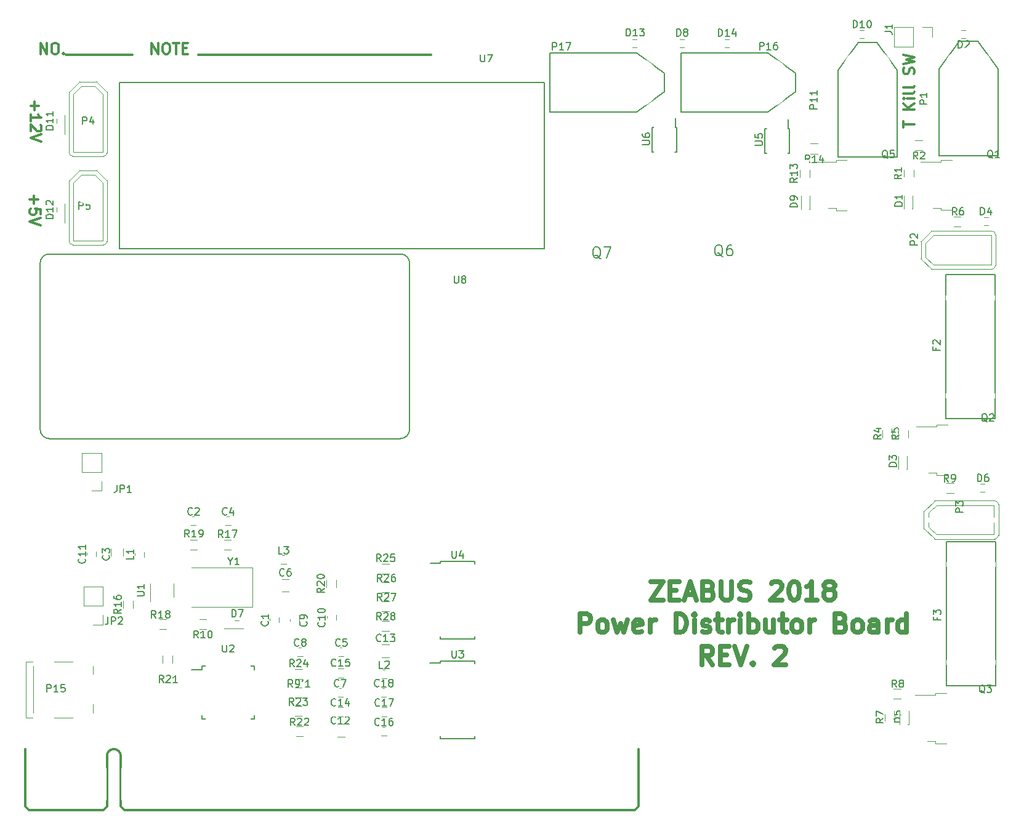
<source format=gto>
G04 #@! TF.FileFunction,Legend,Top*
%FSLAX46Y46*%
G04 Gerber Fmt 4.6, Leading zero omitted, Abs format (unit mm)*
G04 Created by KiCad (PCBNEW 4.0.7) date 01/04/18 13:19:04*
%MOMM*%
%LPD*%
G01*
G04 APERTURE LIST*
%ADD10C,0.100000*%
%ADD11C,0.300000*%
%ADD12C,0.635000*%
%ADD13C,0.120000*%
%ADD14C,0.304800*%
%ADD15C,0.150000*%
%ADD16R,2.700000X0.900000*%
%ADD17R,2.900000X2.400000*%
%ADD18C,1.300000*%
%ADD19R,1.101040X4.400500*%
%ADD20R,1.101040X3.600400*%
%ADD21C,2.432000*%
%ADD22R,1.600000X1.150000*%
%ADD23R,1.900000X1.000000*%
%ADD24C,3.448000*%
%ADD25R,2.100000X2.100000*%
%ADD26O,2.100000X2.100000*%
%ADD27R,1.300000X1.600000*%
%ADD28R,1.600000X1.300000*%
%ADD29C,3.956000*%
%ADD30R,1.150000X1.600000*%
%ADD31R,1.650000X1.900000*%
%ADD32R,1.900000X1.650000*%
%ADD33R,1.100000X1.000000*%
%ADD34C,7.004000*%
%ADD35R,2.600000X1.600000*%
%ADD36R,6.800000X6.200000*%
%ADD37R,1.200000X5.000000*%
%ADD38R,11.200000X9.800000*%
%ADD39R,1.300000X0.900000*%
%ADD40R,0.900000X1.300000*%
%ADD41R,1.050000X1.460000*%
%ADD42R,1.700000X0.650000*%
%ADD43R,0.650000X1.700000*%
%ADD44R,0.850000X1.850000*%
%ADD45R,2.600000X2.800000*%
G04 APERTURE END LIST*
D10*
D11*
X52886931Y-37775271D02*
X52886931Y-36275271D01*
X53744074Y-37775271D01*
X53744074Y-36275271D01*
X54744074Y-36275271D02*
X55029788Y-36275271D01*
X55172646Y-36346700D01*
X55315503Y-36489557D01*
X55386931Y-36775271D01*
X55386931Y-37275271D01*
X55315503Y-37560986D01*
X55172646Y-37703843D01*
X55029788Y-37775271D01*
X54744074Y-37775271D01*
X54601217Y-37703843D01*
X54458360Y-37560986D01*
X54386931Y-37275271D01*
X54386931Y-36775271D01*
X54458360Y-36489557D01*
X54601217Y-36346700D01*
X54744074Y-36275271D01*
X56029789Y-37632414D02*
X56101217Y-37703843D01*
X56029789Y-37775271D01*
X55958360Y-37703843D01*
X56029789Y-37632414D01*
X56029789Y-37775271D01*
X56386932Y-37918129D02*
X57529789Y-37918129D01*
X57529789Y-37918129D02*
X58672646Y-37918129D01*
X58672646Y-37918129D02*
X59815503Y-37918129D01*
X59815503Y-37918129D02*
X60958360Y-37918129D01*
X60958360Y-37918129D02*
X62101217Y-37918129D01*
X62101217Y-37918129D02*
X63244074Y-37918129D01*
X63244074Y-37918129D02*
X64386931Y-37918129D01*
X64386931Y-37918129D02*
X65529788Y-37918129D01*
X68172645Y-37775271D02*
X68172645Y-36275271D01*
X69029788Y-37775271D01*
X69029788Y-36275271D01*
X70029788Y-36275271D02*
X70315502Y-36275271D01*
X70458360Y-36346700D01*
X70601217Y-36489557D01*
X70672645Y-36775271D01*
X70672645Y-37275271D01*
X70601217Y-37560986D01*
X70458360Y-37703843D01*
X70315502Y-37775271D01*
X70029788Y-37775271D01*
X69886931Y-37703843D01*
X69744074Y-37560986D01*
X69672645Y-37275271D01*
X69672645Y-36775271D01*
X69744074Y-36489557D01*
X69886931Y-36346700D01*
X70029788Y-36275271D01*
X71101217Y-36275271D02*
X71958360Y-36275271D01*
X71529789Y-37775271D02*
X71529789Y-36275271D01*
X72458360Y-36989557D02*
X72958360Y-36989557D01*
X73172646Y-37775271D02*
X72458360Y-37775271D01*
X72458360Y-36275271D01*
X73172646Y-36275271D01*
X74601217Y-37918129D02*
X75744074Y-37918129D01*
X75744074Y-37918129D02*
X76886931Y-37918129D01*
X76886931Y-37918129D02*
X78029788Y-37918129D01*
X78029788Y-37918129D02*
X79172645Y-37918129D01*
X79172645Y-37918129D02*
X80315502Y-37918129D01*
X80315502Y-37918129D02*
X81458359Y-37918129D01*
X81458359Y-37918129D02*
X82601216Y-37918129D01*
X82601216Y-37918129D02*
X83744073Y-37918129D01*
X83744073Y-37918129D02*
X84886930Y-37918129D01*
X84886930Y-37918129D02*
X86029787Y-37918129D01*
X86029787Y-37918129D02*
X87172644Y-37918129D01*
X87172644Y-37918129D02*
X88315501Y-37918129D01*
X88315501Y-37918129D02*
X89458358Y-37918129D01*
X89458358Y-37918129D02*
X90601215Y-37918129D01*
X90601215Y-37918129D02*
X91744072Y-37918129D01*
X91744072Y-37918129D02*
X92886929Y-37918129D01*
X92886929Y-37918129D02*
X94029786Y-37918129D01*
X94029786Y-37918129D02*
X95172643Y-37918129D01*
X95172643Y-37918129D02*
X96315500Y-37918129D01*
X96315500Y-37918129D02*
X97458357Y-37918129D01*
X97458357Y-37918129D02*
X98601214Y-37918129D01*
X98601214Y-37918129D02*
X99744071Y-37918129D01*
X99744071Y-37918129D02*
X100886928Y-37918129D01*
X100886928Y-37918129D02*
X102029785Y-37918129D01*
X102029785Y-37918129D02*
X103172642Y-37918129D01*
X103172642Y-37918129D02*
X104315499Y-37918129D01*
X104315499Y-37918129D02*
X105458356Y-37918129D01*
X105458356Y-37918129D02*
X106601213Y-37918129D01*
X171542971Y-47910914D02*
X171542971Y-47053771D01*
X173042971Y-47482342D02*
X171542971Y-47482342D01*
X173042971Y-45410914D02*
X171542971Y-45410914D01*
X173042971Y-44553771D02*
X172185829Y-45196628D01*
X171542971Y-44553771D02*
X172400114Y-45410914D01*
X173042971Y-43910914D02*
X172042971Y-43910914D01*
X171542971Y-43910914D02*
X171614400Y-43982343D01*
X171685829Y-43910914D01*
X171614400Y-43839486D01*
X171542971Y-43910914D01*
X171685829Y-43910914D01*
X173042971Y-42982342D02*
X172971543Y-43125200D01*
X172828686Y-43196628D01*
X171542971Y-43196628D01*
X173042971Y-42196628D02*
X172971543Y-42339486D01*
X172828686Y-42410914D01*
X171542971Y-42410914D01*
X172971543Y-40553772D02*
X173042971Y-40339486D01*
X173042971Y-39982343D01*
X172971543Y-39839486D01*
X172900114Y-39768057D01*
X172757257Y-39696629D01*
X172614400Y-39696629D01*
X172471543Y-39768057D01*
X172400114Y-39839486D01*
X172328686Y-39982343D01*
X172257257Y-40268057D01*
X172185829Y-40410915D01*
X172114400Y-40482343D01*
X171971543Y-40553772D01*
X171828686Y-40553772D01*
X171685829Y-40482343D01*
X171614400Y-40410915D01*
X171542971Y-40268057D01*
X171542971Y-39910915D01*
X171614400Y-39696629D01*
X171542971Y-39196629D02*
X173042971Y-38839486D01*
X171971543Y-38553772D01*
X173042971Y-38268058D01*
X171542971Y-37910915D01*
D12*
X136804399Y-110343648D02*
X138497732Y-110343648D01*
X136804399Y-112883648D01*
X138497732Y-112883648D01*
X139465352Y-111553171D02*
X140312019Y-111553171D01*
X140674876Y-112883648D02*
X139465352Y-112883648D01*
X139465352Y-110343648D01*
X140674876Y-110343648D01*
X141642495Y-112157933D02*
X142852018Y-112157933D01*
X141400590Y-112883648D02*
X142247256Y-110343648D01*
X143093923Y-112883648D01*
X144787257Y-111553171D02*
X145150114Y-111674124D01*
X145271066Y-111795076D01*
X145392018Y-112036981D01*
X145392018Y-112399838D01*
X145271066Y-112641743D01*
X145150114Y-112762695D01*
X144908209Y-112883648D01*
X143940590Y-112883648D01*
X143940590Y-110343648D01*
X144787257Y-110343648D01*
X145029161Y-110464600D01*
X145150114Y-110585552D01*
X145271066Y-110827457D01*
X145271066Y-111069362D01*
X145150114Y-111311267D01*
X145029161Y-111432219D01*
X144787257Y-111553171D01*
X143940590Y-111553171D01*
X146480590Y-110343648D02*
X146480590Y-112399838D01*
X146601542Y-112641743D01*
X146722495Y-112762695D01*
X146964399Y-112883648D01*
X147448209Y-112883648D01*
X147690114Y-112762695D01*
X147811066Y-112641743D01*
X147932018Y-112399838D01*
X147932018Y-110343648D01*
X149020590Y-112762695D02*
X149383447Y-112883648D01*
X149988209Y-112883648D01*
X150230113Y-112762695D01*
X150351066Y-112641743D01*
X150472018Y-112399838D01*
X150472018Y-112157933D01*
X150351066Y-111916029D01*
X150230113Y-111795076D01*
X149988209Y-111674124D01*
X149504399Y-111553171D01*
X149262494Y-111432219D01*
X149141542Y-111311267D01*
X149020590Y-111069362D01*
X149020590Y-110827457D01*
X149141542Y-110585552D01*
X149262494Y-110464600D01*
X149504399Y-110343648D01*
X150109161Y-110343648D01*
X150472018Y-110464600D01*
X153374876Y-110585552D02*
X153495828Y-110464600D01*
X153737733Y-110343648D01*
X154342495Y-110343648D01*
X154584399Y-110464600D01*
X154705352Y-110585552D01*
X154826304Y-110827457D01*
X154826304Y-111069362D01*
X154705352Y-111432219D01*
X153253923Y-112883648D01*
X154826304Y-112883648D01*
X156398685Y-110343648D02*
X156640590Y-110343648D01*
X156882495Y-110464600D01*
X157003447Y-110585552D01*
X157124400Y-110827457D01*
X157245352Y-111311267D01*
X157245352Y-111916029D01*
X157124400Y-112399838D01*
X157003447Y-112641743D01*
X156882495Y-112762695D01*
X156640590Y-112883648D01*
X156398685Y-112883648D01*
X156156781Y-112762695D01*
X156035828Y-112641743D01*
X155914876Y-112399838D01*
X155793924Y-111916029D01*
X155793924Y-111311267D01*
X155914876Y-110827457D01*
X156035828Y-110585552D01*
X156156781Y-110464600D01*
X156398685Y-110343648D01*
X159664400Y-112883648D02*
X158212972Y-112883648D01*
X158938686Y-112883648D02*
X158938686Y-110343648D01*
X158696781Y-110706505D01*
X158454876Y-110948410D01*
X158212972Y-111069362D01*
X161115829Y-111432219D02*
X160873924Y-111311267D01*
X160752972Y-111190314D01*
X160632020Y-110948410D01*
X160632020Y-110827457D01*
X160752972Y-110585552D01*
X160873924Y-110464600D01*
X161115829Y-110343648D01*
X161599639Y-110343648D01*
X161841543Y-110464600D01*
X161962496Y-110585552D01*
X162083448Y-110827457D01*
X162083448Y-110948410D01*
X161962496Y-111190314D01*
X161841543Y-111311267D01*
X161599639Y-111432219D01*
X161115829Y-111432219D01*
X160873924Y-111553171D01*
X160752972Y-111674124D01*
X160632020Y-111916029D01*
X160632020Y-112399838D01*
X160752972Y-112641743D01*
X160873924Y-112762695D01*
X161115829Y-112883648D01*
X161599639Y-112883648D01*
X161841543Y-112762695D01*
X161962496Y-112641743D01*
X162083448Y-112399838D01*
X162083448Y-111916029D01*
X161962496Y-111674124D01*
X161841543Y-111553171D01*
X161599639Y-111432219D01*
X127067734Y-117328648D02*
X127067734Y-114788648D01*
X128035353Y-114788648D01*
X128277258Y-114909600D01*
X128398210Y-115030552D01*
X128519162Y-115272457D01*
X128519162Y-115635314D01*
X128398210Y-115877219D01*
X128277258Y-115998171D01*
X128035353Y-116119124D01*
X127067734Y-116119124D01*
X129970591Y-117328648D02*
X129728686Y-117207695D01*
X129607734Y-117086743D01*
X129486782Y-116844838D01*
X129486782Y-116119124D01*
X129607734Y-115877219D01*
X129728686Y-115756267D01*
X129970591Y-115635314D01*
X130333448Y-115635314D01*
X130575353Y-115756267D01*
X130696305Y-115877219D01*
X130817258Y-116119124D01*
X130817258Y-116844838D01*
X130696305Y-117086743D01*
X130575353Y-117207695D01*
X130333448Y-117328648D01*
X129970591Y-117328648D01*
X131663924Y-115635314D02*
X132147734Y-117328648D01*
X132631543Y-116119124D01*
X133115353Y-117328648D01*
X133599162Y-115635314D01*
X135534400Y-117207695D02*
X135292495Y-117328648D01*
X134808686Y-117328648D01*
X134566781Y-117207695D01*
X134445829Y-116965790D01*
X134445829Y-115998171D01*
X134566781Y-115756267D01*
X134808686Y-115635314D01*
X135292495Y-115635314D01*
X135534400Y-115756267D01*
X135655352Y-115998171D01*
X135655352Y-116240076D01*
X134445829Y-116481981D01*
X136743924Y-117328648D02*
X136743924Y-115635314D01*
X136743924Y-116119124D02*
X136864876Y-115877219D01*
X136985829Y-115756267D01*
X137227733Y-115635314D01*
X137469638Y-115635314D01*
X140251543Y-117328648D02*
X140251543Y-114788648D01*
X140856305Y-114788648D01*
X141219162Y-114909600D01*
X141461067Y-115151505D01*
X141582019Y-115393410D01*
X141702971Y-115877219D01*
X141702971Y-116240076D01*
X141582019Y-116723886D01*
X141461067Y-116965790D01*
X141219162Y-117207695D01*
X140856305Y-117328648D01*
X140251543Y-117328648D01*
X142791543Y-117328648D02*
X142791543Y-115635314D01*
X142791543Y-114788648D02*
X142670591Y-114909600D01*
X142791543Y-115030552D01*
X142912495Y-114909600D01*
X142791543Y-114788648D01*
X142791543Y-115030552D01*
X143880115Y-117207695D02*
X144122019Y-117328648D01*
X144605829Y-117328648D01*
X144847734Y-117207695D01*
X144968686Y-116965790D01*
X144968686Y-116844838D01*
X144847734Y-116602933D01*
X144605829Y-116481981D01*
X144242972Y-116481981D01*
X144001067Y-116361029D01*
X143880115Y-116119124D01*
X143880115Y-115998171D01*
X144001067Y-115756267D01*
X144242972Y-115635314D01*
X144605829Y-115635314D01*
X144847734Y-115756267D01*
X145694400Y-115635314D02*
X146662019Y-115635314D01*
X146057257Y-114788648D02*
X146057257Y-116965790D01*
X146178209Y-117207695D01*
X146420114Y-117328648D01*
X146662019Y-117328648D01*
X147508686Y-117328648D02*
X147508686Y-115635314D01*
X147508686Y-116119124D02*
X147629638Y-115877219D01*
X147750591Y-115756267D01*
X147992495Y-115635314D01*
X148234400Y-115635314D01*
X149081067Y-117328648D02*
X149081067Y-115635314D01*
X149081067Y-114788648D02*
X148960115Y-114909600D01*
X149081067Y-115030552D01*
X149202019Y-114909600D01*
X149081067Y-114788648D01*
X149081067Y-115030552D01*
X150290591Y-117328648D02*
X150290591Y-114788648D01*
X150290591Y-115756267D02*
X150532496Y-115635314D01*
X151016305Y-115635314D01*
X151258210Y-115756267D01*
X151379162Y-115877219D01*
X151500115Y-116119124D01*
X151500115Y-116844838D01*
X151379162Y-117086743D01*
X151258210Y-117207695D01*
X151016305Y-117328648D01*
X150532496Y-117328648D01*
X150290591Y-117207695D01*
X153677257Y-115635314D02*
X153677257Y-117328648D01*
X152588686Y-115635314D02*
X152588686Y-116965790D01*
X152709638Y-117207695D01*
X152951543Y-117328648D01*
X153314400Y-117328648D01*
X153556305Y-117207695D01*
X153677257Y-117086743D01*
X154523924Y-115635314D02*
X155491543Y-115635314D01*
X154886781Y-114788648D02*
X154886781Y-116965790D01*
X155007733Y-117207695D01*
X155249638Y-117328648D01*
X155491543Y-117328648D01*
X156701067Y-117328648D02*
X156459162Y-117207695D01*
X156338210Y-117086743D01*
X156217258Y-116844838D01*
X156217258Y-116119124D01*
X156338210Y-115877219D01*
X156459162Y-115756267D01*
X156701067Y-115635314D01*
X157063924Y-115635314D01*
X157305829Y-115756267D01*
X157426781Y-115877219D01*
X157547734Y-116119124D01*
X157547734Y-116844838D01*
X157426781Y-117086743D01*
X157305829Y-117207695D01*
X157063924Y-117328648D01*
X156701067Y-117328648D01*
X158636305Y-117328648D02*
X158636305Y-115635314D01*
X158636305Y-116119124D02*
X158757257Y-115877219D01*
X158878210Y-115756267D01*
X159120114Y-115635314D01*
X159362019Y-115635314D01*
X162990591Y-115998171D02*
X163353448Y-116119124D01*
X163474400Y-116240076D01*
X163595352Y-116481981D01*
X163595352Y-116844838D01*
X163474400Y-117086743D01*
X163353448Y-117207695D01*
X163111543Y-117328648D01*
X162143924Y-117328648D01*
X162143924Y-114788648D01*
X162990591Y-114788648D01*
X163232495Y-114909600D01*
X163353448Y-115030552D01*
X163474400Y-115272457D01*
X163474400Y-115514362D01*
X163353448Y-115756267D01*
X163232495Y-115877219D01*
X162990591Y-115998171D01*
X162143924Y-115998171D01*
X165046781Y-117328648D02*
X164804876Y-117207695D01*
X164683924Y-117086743D01*
X164562972Y-116844838D01*
X164562972Y-116119124D01*
X164683924Y-115877219D01*
X164804876Y-115756267D01*
X165046781Y-115635314D01*
X165409638Y-115635314D01*
X165651543Y-115756267D01*
X165772495Y-115877219D01*
X165893448Y-116119124D01*
X165893448Y-116844838D01*
X165772495Y-117086743D01*
X165651543Y-117207695D01*
X165409638Y-117328648D01*
X165046781Y-117328648D01*
X168070590Y-117328648D02*
X168070590Y-115998171D01*
X167949638Y-115756267D01*
X167707733Y-115635314D01*
X167223924Y-115635314D01*
X166982019Y-115756267D01*
X168070590Y-117207695D02*
X167828686Y-117328648D01*
X167223924Y-117328648D01*
X166982019Y-117207695D01*
X166861067Y-116965790D01*
X166861067Y-116723886D01*
X166982019Y-116481981D01*
X167223924Y-116361029D01*
X167828686Y-116361029D01*
X168070590Y-116240076D01*
X169280114Y-117328648D02*
X169280114Y-115635314D01*
X169280114Y-116119124D02*
X169401066Y-115877219D01*
X169522019Y-115756267D01*
X169763923Y-115635314D01*
X170005828Y-115635314D01*
X171941066Y-117328648D02*
X171941066Y-114788648D01*
X171941066Y-117207695D02*
X171699162Y-117328648D01*
X171215352Y-117328648D01*
X170973447Y-117207695D01*
X170852495Y-117086743D01*
X170731543Y-116844838D01*
X170731543Y-116119124D01*
X170852495Y-115877219D01*
X170973447Y-115756267D01*
X171215352Y-115635314D01*
X171699162Y-115635314D01*
X171941066Y-115756267D01*
X145271066Y-121773648D02*
X144424400Y-120564124D01*
X143819638Y-121773648D02*
X143819638Y-119233648D01*
X144787257Y-119233648D01*
X145029162Y-119354600D01*
X145150114Y-119475552D01*
X145271066Y-119717457D01*
X145271066Y-120080314D01*
X145150114Y-120322219D01*
X145029162Y-120443171D01*
X144787257Y-120564124D01*
X143819638Y-120564124D01*
X146359638Y-120443171D02*
X147206305Y-120443171D01*
X147569162Y-121773648D02*
X146359638Y-121773648D01*
X146359638Y-119233648D01*
X147569162Y-119233648D01*
X148294876Y-119233648D02*
X149141542Y-121773648D01*
X149988209Y-119233648D01*
X150834876Y-121531743D02*
X150955828Y-121652695D01*
X150834876Y-121773648D01*
X150713924Y-121652695D01*
X150834876Y-121531743D01*
X150834876Y-121773648D01*
X153858686Y-119475552D02*
X153979638Y-119354600D01*
X154221543Y-119233648D01*
X154826305Y-119233648D01*
X155068209Y-119354600D01*
X155189162Y-119475552D01*
X155310114Y-119717457D01*
X155310114Y-119959362D01*
X155189162Y-120322219D01*
X153737733Y-121773648D01*
X155310114Y-121773648D01*
D11*
X51962857Y-57253429D02*
X51962857Y-58396286D01*
X51391429Y-57824857D02*
X52534286Y-57824857D01*
X52891429Y-59824858D02*
X52891429Y-59110572D01*
X52177143Y-59039143D01*
X52248571Y-59110572D01*
X52320000Y-59253429D01*
X52320000Y-59610572D01*
X52248571Y-59753429D01*
X52177143Y-59824858D01*
X52034286Y-59896286D01*
X51677143Y-59896286D01*
X51534286Y-59824858D01*
X51462857Y-59753429D01*
X51391429Y-59610572D01*
X51391429Y-59253429D01*
X51462857Y-59110572D01*
X51534286Y-59039143D01*
X52891429Y-60324857D02*
X51391429Y-60824857D01*
X52891429Y-61324857D01*
X52089857Y-44347144D02*
X52089857Y-45490001D01*
X51518429Y-44918572D02*
X52661286Y-44918572D01*
X51518429Y-46990001D02*
X51518429Y-46132858D01*
X51518429Y-46561430D02*
X53018429Y-46561430D01*
X52804143Y-46418573D01*
X52661286Y-46275715D01*
X52589857Y-46132858D01*
X52875571Y-47561429D02*
X52947000Y-47632858D01*
X53018429Y-47775715D01*
X53018429Y-48132858D01*
X52947000Y-48275715D01*
X52875571Y-48347144D01*
X52732714Y-48418572D01*
X52589857Y-48418572D01*
X52375571Y-48347144D01*
X51518429Y-47490001D01*
X51518429Y-48418572D01*
X53018429Y-48847143D02*
X51518429Y-49347143D01*
X53018429Y-49847143D01*
D13*
X51884000Y-121346600D02*
X51884000Y-129046600D01*
X50884000Y-121346600D02*
X50884000Y-129046600D01*
X50884000Y-129046600D02*
X60084000Y-129046600D01*
X60084000Y-129046600D02*
X60084000Y-121346600D01*
X60084000Y-121346600D02*
X50884000Y-121346600D01*
D14*
X134617460Y-141777720D02*
X64416940Y-141777720D01*
X135117840Y-141277340D02*
X135117840Y-133375400D01*
X134617460Y-141777720D02*
X135117840Y-141277340D01*
X61516260Y-141777720D02*
X51315620Y-141777720D01*
X51315620Y-141777720D02*
X50817780Y-141277340D01*
X50817780Y-141277340D02*
X50817780Y-133375400D01*
X63916560Y-141277340D02*
X63916560Y-134325360D01*
X62016640Y-134325360D02*
X62016640Y-141277340D01*
X62966600Y-133375400D02*
G75*
G03X62016640Y-134325360I0J-949960D01*
G01*
X63916560Y-141277340D02*
X64416940Y-141777720D01*
X62016640Y-141277340D02*
X61516260Y-141777720D01*
X63916560Y-134325360D02*
G75*
G03X62966600Y-133375400I-949960J0D01*
G01*
D15*
X102362000Y-65278000D02*
G75*
G02X103632000Y-66548000I0J-1270000D01*
G01*
X52832000Y-66548000D02*
G75*
G02X54102000Y-65278000I1270000J0D01*
G01*
X54102000Y-90678000D02*
G75*
G02X52832000Y-89408000I0J1270000D01*
G01*
X103632000Y-89408000D02*
G75*
G02X102362000Y-90678000I-1270000J0D01*
G01*
X52832000Y-89408000D02*
X52832000Y-66548000D01*
X54102000Y-65278000D02*
X102362000Y-65278000D01*
X103632000Y-66548000D02*
X103632000Y-89408000D01*
X102362000Y-90678000D02*
X54102000Y-90678000D01*
D13*
X99789500Y-122463000D02*
X100489500Y-122463000D01*
X100489500Y-123663000D02*
X99789500Y-123663000D01*
D15*
X107863000Y-107578000D02*
X107863000Y-107853000D01*
X112613000Y-107578000D02*
X112613000Y-107933000D01*
X112613000Y-118228000D02*
X112613000Y-117873000D01*
X107863000Y-118228000D02*
X107863000Y-117873000D01*
X107863000Y-107578000D02*
X112613000Y-107578000D01*
X107963000Y-118228000D02*
X112513000Y-118228000D01*
X107863000Y-107853000D02*
X106453000Y-107853000D01*
X63754000Y-41656000D02*
X122174000Y-41656000D01*
X63754000Y-64516000D02*
X63754000Y-41656000D01*
X122174000Y-64516000D02*
X63754000Y-64516000D01*
X122174000Y-41656000D02*
X122174000Y-64516000D01*
X122174000Y-41656000D02*
X122174000Y-64516000D01*
X122174000Y-64516000D02*
X63754000Y-64516000D01*
X63754000Y-64516000D02*
X63754000Y-41656000D01*
X63754000Y-41656000D02*
X122174000Y-41656000D01*
X107859000Y-121294000D02*
X107859000Y-121569000D01*
X112609000Y-121294000D02*
X112609000Y-121649000D01*
X112609000Y-131944000D02*
X112609000Y-131589000D01*
X107859000Y-131944000D02*
X107859000Y-131589000D01*
X107859000Y-121294000D02*
X112609000Y-121294000D01*
X107959000Y-131944000D02*
X112509000Y-131944000D01*
X107859000Y-121569000D02*
X106449000Y-121569000D01*
D13*
X61274000Y-92650000D02*
X58614000Y-92650000D01*
X61274000Y-95250000D02*
X61274000Y-92650000D01*
X58614000Y-95250000D02*
X58614000Y-92650000D01*
X61274000Y-95250000D02*
X58614000Y-95250000D01*
X61274000Y-96520000D02*
X61274000Y-97850000D01*
X61274000Y-97850000D02*
X59944000Y-97850000D01*
X55076000Y-60982000D02*
X56176000Y-60982000D01*
X56176000Y-60982000D02*
X56176000Y-58382000D01*
X55076000Y-60982000D02*
X55076000Y-58382000D01*
X74704500Y-115525000D02*
X75704500Y-115525000D01*
X75704500Y-116885000D02*
X74704500Y-116885000D01*
X170272400Y-34103000D02*
X170272400Y-36763000D01*
X172872400Y-34103000D02*
X170272400Y-34103000D01*
X172872400Y-36763000D02*
X170272400Y-36763000D01*
X172872400Y-34103000D02*
X172872400Y-36763000D01*
X174142400Y-34103000D02*
X175472400Y-34103000D01*
X175472400Y-34103000D02*
X175472400Y-35433000D01*
X55076000Y-48790000D02*
X56176000Y-48790000D01*
X56176000Y-48790000D02*
X56176000Y-46190000D01*
X55076000Y-48790000D02*
X55076000Y-46190000D01*
D10*
X57312180Y-51823100D02*
X61562180Y-51823100D01*
X62062180Y-51323100D02*
X62062180Y-43031283D01*
X62056445Y-43017264D02*
X60643058Y-41579081D01*
X60628794Y-41573100D02*
X58245566Y-41573100D01*
X58231302Y-41579081D02*
X56817915Y-43017264D01*
X56812180Y-43031283D02*
X56812180Y-51323100D01*
X62056445Y-43017264D02*
G75*
G02X62062180Y-43031283I-14265J-14019D01*
G01*
X60628793Y-41573100D02*
G75*
G02X60643058Y-41579081I1J-20000D01*
G01*
X58231301Y-41579081D02*
G75*
G02X58245566Y-41573100I14265J-14019D01*
G01*
X57312180Y-51823100D02*
G75*
G02X56812180Y-51323100I0J500000D01*
G01*
X60385590Y-42173100D02*
X58488770Y-42173100D01*
X61462180Y-51223100D02*
X61462180Y-43268577D01*
X58488770Y-42173100D02*
X57412180Y-43268577D01*
X57412180Y-51223100D02*
X57412180Y-48369321D01*
X57412180Y-43276760D02*
X57412180Y-51203100D01*
X60385590Y-42173100D02*
X61462180Y-43268577D01*
X61462180Y-51223100D02*
X57412180Y-51223100D01*
X60303567Y-43698727D02*
G75*
G02X60437180Y-44198100I-866387J-499373D01*
G01*
X58437180Y-44198100D02*
G75*
G02X58571155Y-43698100I1000000J0D01*
G01*
X58437180Y-49325100D02*
G75*
G02X60437180Y-49325100I1000000J0D01*
G01*
X58570793Y-49824473D02*
G75*
G02X58437180Y-49325100I866387J499373D01*
G01*
X60437180Y-49325100D02*
G75*
G02X60303205Y-49825100I-1000000J0D01*
G01*
X60437180Y-44198100D02*
G75*
G02X58437180Y-44198100I-1000000J0D01*
G01*
X58571154Y-43698100D02*
G75*
G02X60303205Y-43698100I866026J-500000D01*
G01*
X60303206Y-49825100D02*
G75*
G02X58571155Y-49825100I-866026J500000D01*
G01*
X62062180Y-51323100D02*
G75*
G02X61562180Y-51823100I-500000J0D01*
G01*
X57312180Y-51823100D02*
G75*
G02X56812180Y-51323100I0J500000D01*
G01*
X57312180Y-51823100D02*
G75*
G02X56812180Y-51323100I0J500000D01*
G01*
X56812179Y-43031283D02*
G75*
G02X56817915Y-43017264I20001J0D01*
G01*
X58231301Y-41579081D02*
G75*
G02X58245566Y-41573100I14265J-14019D01*
G01*
X60628793Y-41573100D02*
G75*
G02X60643058Y-41579081I1J-20000D01*
G01*
X62056445Y-43017264D02*
G75*
G02X62062180Y-43031283I-14265J-14019D01*
G01*
X58437180Y-49325100D02*
G75*
G02X60437180Y-49325100I1000000J0D01*
G01*
X58570793Y-49824473D02*
G75*
G02X58437180Y-49325100I866387J499373D01*
G01*
X60437180Y-49325100D02*
G75*
G02X60303205Y-49825100I-1000000J0D01*
G01*
X60437180Y-44198100D02*
G75*
G02X58437180Y-44198100I-1000000J0D01*
G01*
X58571154Y-43698100D02*
G75*
G02X60303205Y-43698100I866026J-500000D01*
G01*
X60303206Y-49825100D02*
G75*
G02X58571155Y-49825100I-866026J500000D01*
G01*
X62062180Y-51323100D02*
G75*
G02X61562180Y-51823100I-500000J0D01*
G01*
X57312180Y-51823100D02*
G75*
G02X56812180Y-51323100I0J500000D01*
G01*
X57312180Y-51823100D02*
G75*
G02X56812180Y-51323100I0J500000D01*
G01*
X56812179Y-43031283D02*
G75*
G02X56817915Y-43017264I20001J0D01*
G01*
X58231301Y-41579081D02*
G75*
G02X58245566Y-41573100I14265J-14019D01*
G01*
X60628793Y-41573100D02*
G75*
G02X60643058Y-41579081I1J-20000D01*
G01*
X62056445Y-43017264D02*
G75*
G02X62062180Y-43031283I-14265J-14019D01*
G01*
X57312180Y-51823100D02*
X61562180Y-51823100D01*
X62062180Y-51323100D02*
X62062180Y-43031283D01*
X62056445Y-43017264D02*
X60643058Y-41579081D01*
X60628794Y-41573100D02*
X58245566Y-41573100D01*
X58231302Y-41579081D02*
X56817915Y-43017264D01*
X56812180Y-43031283D02*
X56812180Y-51323100D01*
X62056445Y-43017264D02*
G75*
G02X62062180Y-43031283I-14265J-14019D01*
G01*
X60628793Y-41573100D02*
G75*
G02X60643058Y-41579081I1J-20000D01*
G01*
X58231301Y-41579081D02*
G75*
G02X58245566Y-41573100I14265J-14019D01*
G01*
X57312180Y-51823100D02*
G75*
G02X56812180Y-51323100I0J500000D01*
G01*
X60385590Y-42173100D02*
X58488770Y-42173100D01*
X61462180Y-51223100D02*
X61462180Y-43268577D01*
X58488770Y-42173100D02*
X57412180Y-43268577D01*
X57412180Y-51223100D02*
X57412180Y-48369321D01*
X57412180Y-43276760D02*
X57412180Y-51203100D01*
X60385590Y-42173100D02*
X61462180Y-43268577D01*
X61462180Y-51223100D02*
X57412180Y-51223100D01*
X60303567Y-43698727D02*
G75*
G02X60437180Y-44198100I-866387J-499373D01*
G01*
X58437180Y-44198100D02*
G75*
G02X58571155Y-43698100I1000000J0D01*
G01*
D13*
X78146500Y-115655000D02*
X78146500Y-116755000D01*
X78146500Y-116755000D02*
X80746500Y-116755000D01*
X78146500Y-115655000D02*
X80746500Y-115655000D01*
D10*
X57312180Y-64015100D02*
X61562180Y-64015100D01*
X62062180Y-63515100D02*
X62062180Y-55223283D01*
X62056445Y-55209264D02*
X60643058Y-53771081D01*
X60628794Y-53765100D02*
X58245566Y-53765100D01*
X58231302Y-53771081D02*
X56817915Y-55209264D01*
X56812180Y-55223283D02*
X56812180Y-63515100D01*
X62056445Y-55209264D02*
G75*
G02X62062180Y-55223283I-14265J-14019D01*
G01*
X60628793Y-53765100D02*
G75*
G02X60643058Y-53771081I1J-20000D01*
G01*
X58231301Y-53771081D02*
G75*
G02X58245566Y-53765100I14265J-14019D01*
G01*
X57312180Y-64015100D02*
G75*
G02X56812180Y-63515100I0J500000D01*
G01*
X60385590Y-54365100D02*
X58488770Y-54365100D01*
X61462180Y-63415100D02*
X61462180Y-55460577D01*
X58488770Y-54365100D02*
X57412180Y-55460577D01*
X57412180Y-63415100D02*
X57412180Y-60561321D01*
X57412180Y-55468760D02*
X57412180Y-63395100D01*
X60385590Y-54365100D02*
X61462180Y-55460577D01*
X61462180Y-63415100D02*
X57412180Y-63415100D01*
X60303567Y-55890727D02*
G75*
G02X60437180Y-56390100I-866387J-499373D01*
G01*
X58437180Y-56390100D02*
G75*
G02X58571155Y-55890100I1000000J0D01*
G01*
X58437180Y-61517100D02*
G75*
G02X60437180Y-61517100I1000000J0D01*
G01*
X58570793Y-62016473D02*
G75*
G02X58437180Y-61517100I866387J499373D01*
G01*
X60437180Y-61517100D02*
G75*
G02X60303205Y-62017100I-1000000J0D01*
G01*
X60437180Y-56390100D02*
G75*
G02X58437180Y-56390100I-1000000J0D01*
G01*
X58571154Y-55890100D02*
G75*
G02X60303205Y-55890100I866026J-500000D01*
G01*
X60303206Y-62017100D02*
G75*
G02X58571155Y-62017100I-866026J500000D01*
G01*
X62062180Y-63515100D02*
G75*
G02X61562180Y-64015100I-500000J0D01*
G01*
X57312180Y-64015100D02*
G75*
G02X56812180Y-63515100I0J500000D01*
G01*
X57312180Y-64015100D02*
G75*
G02X56812180Y-63515100I0J500000D01*
G01*
X56812179Y-55223283D02*
G75*
G02X56817915Y-55209264I20001J0D01*
G01*
X58231301Y-53771081D02*
G75*
G02X58245566Y-53765100I14265J-14019D01*
G01*
X60628793Y-53765100D02*
G75*
G02X60643058Y-53771081I1J-20000D01*
G01*
X62056445Y-55209264D02*
G75*
G02X62062180Y-55223283I-14265J-14019D01*
G01*
X58437180Y-61517100D02*
G75*
G02X60437180Y-61517100I1000000J0D01*
G01*
X58570793Y-62016473D02*
G75*
G02X58437180Y-61517100I866387J499373D01*
G01*
X60437180Y-61517100D02*
G75*
G02X60303205Y-62017100I-1000000J0D01*
G01*
X60437180Y-56390100D02*
G75*
G02X58437180Y-56390100I-1000000J0D01*
G01*
X58571154Y-55890100D02*
G75*
G02X60303205Y-55890100I866026J-500000D01*
G01*
X60303206Y-62017100D02*
G75*
G02X58571155Y-62017100I-866026J500000D01*
G01*
X62062180Y-63515100D02*
G75*
G02X61562180Y-64015100I-500000J0D01*
G01*
X57312180Y-64015100D02*
G75*
G02X56812180Y-63515100I0J500000D01*
G01*
X57312180Y-64015100D02*
G75*
G02X56812180Y-63515100I0J500000D01*
G01*
X56812179Y-55223283D02*
G75*
G02X56817915Y-55209264I20001J0D01*
G01*
X58231301Y-53771081D02*
G75*
G02X58245566Y-53765100I14265J-14019D01*
G01*
X60628793Y-53765100D02*
G75*
G02X60643058Y-53771081I1J-20000D01*
G01*
X62056445Y-55209264D02*
G75*
G02X62062180Y-55223283I-14265J-14019D01*
G01*
X57312180Y-64015100D02*
X61562180Y-64015100D01*
X62062180Y-63515100D02*
X62062180Y-55223283D01*
X62056445Y-55209264D02*
X60643058Y-53771081D01*
X60628794Y-53765100D02*
X58245566Y-53765100D01*
X58231302Y-53771081D02*
X56817915Y-55209264D01*
X56812180Y-55223283D02*
X56812180Y-63515100D01*
X62056445Y-55209264D02*
G75*
G02X62062180Y-55223283I-14265J-14019D01*
G01*
X60628793Y-53765100D02*
G75*
G02X60643058Y-53771081I1J-20000D01*
G01*
X58231301Y-53771081D02*
G75*
G02X58245566Y-53765100I14265J-14019D01*
G01*
X57312180Y-64015100D02*
G75*
G02X56812180Y-63515100I0J500000D01*
G01*
X60385590Y-54365100D02*
X58488770Y-54365100D01*
X61462180Y-63415100D02*
X61462180Y-55460577D01*
X58488770Y-54365100D02*
X57412180Y-55460577D01*
X57412180Y-63415100D02*
X57412180Y-60561321D01*
X57412180Y-55468760D02*
X57412180Y-63395100D01*
X60385590Y-54365100D02*
X61462180Y-55460577D01*
X61462180Y-63415100D02*
X57412180Y-63415100D01*
X60303567Y-55890727D02*
G75*
G02X60437180Y-56390100I-866387J-499373D01*
G01*
X58437180Y-56390100D02*
G75*
G02X58571155Y-55890100I1000000J0D01*
G01*
D13*
X84426500Y-115981000D02*
X84426500Y-115281000D01*
X85626500Y-115281000D02*
X85626500Y-115981000D01*
X73566500Y-101381000D02*
X74266500Y-101381000D01*
X74266500Y-102581000D02*
X73566500Y-102581000D01*
X64286500Y-106799000D02*
X64286500Y-105799000D01*
X62586500Y-105799000D02*
X62586500Y-106799000D01*
X78332824Y-101381000D02*
X79032824Y-101381000D01*
X79032824Y-102581000D02*
X78332824Y-102581000D01*
X93886500Y-119415000D02*
X94586500Y-119415000D01*
X94586500Y-120615000D02*
X93886500Y-120615000D01*
X87050500Y-110021000D02*
X86050500Y-110021000D01*
X86050500Y-111721000D02*
X87050500Y-111721000D01*
X93763409Y-125003000D02*
X94463409Y-125003000D01*
X94463409Y-126203000D02*
X93763409Y-126203000D01*
X88232500Y-119415000D02*
X88932500Y-119415000D01*
X88932500Y-120615000D02*
X88232500Y-120615000D01*
X88420500Y-115347000D02*
X88420500Y-116047000D01*
X87220500Y-116047000D02*
X87220500Y-115347000D01*
X93500500Y-114905000D02*
X93500500Y-115605000D01*
X92300500Y-115605000D02*
X92300500Y-114905000D01*
X59280500Y-106903000D02*
X59280500Y-106203000D01*
X60480500Y-106203000D02*
X60480500Y-106903000D01*
X93734000Y-131660000D02*
X94734000Y-131660000D01*
X94734000Y-129960000D02*
X93734000Y-129960000D01*
X100830000Y-119038000D02*
X99830000Y-119038000D01*
X99830000Y-120738000D02*
X100830000Y-120738000D01*
X94455077Y-128870000D02*
X93755077Y-128870000D01*
X93755077Y-127670000D02*
X94455077Y-127670000D01*
X94518000Y-123536000D02*
X93818000Y-123536000D01*
X93818000Y-122336000D02*
X94518000Y-122336000D01*
X99751400Y-130337000D02*
X100451400Y-130337000D01*
X100451400Y-131537000D02*
X99751400Y-131537000D01*
X99789500Y-127670000D02*
X100489500Y-127670000D01*
X100489500Y-128870000D02*
X99789500Y-128870000D01*
X99726000Y-125003000D02*
X100426000Y-125003000D01*
X100426000Y-126203000D02*
X99726000Y-126203000D01*
X171612000Y-59087400D02*
X172812000Y-59087400D01*
X171612000Y-57237400D02*
X171612000Y-59087400D01*
X172812000Y-57237400D02*
X172812000Y-59087400D01*
X181606600Y-35602000D02*
X181606600Y-34502000D01*
X181606600Y-34502000D02*
X179006600Y-34502000D01*
X181606600Y-35602000D02*
X179006600Y-35602000D01*
X170834760Y-94906480D02*
X172034760Y-94906480D01*
X170834760Y-93056480D02*
X170834760Y-94906480D01*
X172034760Y-93056480D02*
X172034760Y-94906480D01*
X181148400Y-60247440D02*
X181148400Y-61347440D01*
X181148400Y-61347440D02*
X183748400Y-61347440D01*
X181148400Y-60247440D02*
X183748400Y-60247440D01*
X171040500Y-129991500D02*
X172240500Y-129991500D01*
X171040500Y-128141500D02*
X171040500Y-129991500D01*
X172240500Y-128141500D02*
X172240500Y-129991500D01*
X180635500Y-96922500D02*
X180635500Y-98022500D01*
X180635500Y-98022500D02*
X183235500Y-98022500D01*
X180635500Y-96922500D02*
X183235500Y-96922500D01*
X139297000Y-35772000D02*
X139297000Y-36872000D01*
X139297000Y-36872000D02*
X141897000Y-36872000D01*
X139297000Y-35772000D02*
X141897000Y-35772000D01*
X157431180Y-59137160D02*
X158631180Y-59137160D01*
X157431180Y-57287160D02*
X157431180Y-59137160D01*
X158631180Y-57287160D02*
X158631180Y-59137160D01*
X167636600Y-35602000D02*
X167636600Y-34502000D01*
X167636600Y-34502000D02*
X165036600Y-34502000D01*
X167636600Y-35602000D02*
X165036600Y-35602000D01*
X136420000Y-36872000D02*
X136420000Y-35772000D01*
X136420000Y-35772000D02*
X133820000Y-35772000D01*
X136420000Y-36872000D02*
X133820000Y-36872000D01*
X149120000Y-36872000D02*
X149120000Y-35772000D01*
X149120000Y-35772000D02*
X146520000Y-35772000D01*
X149120000Y-36872000D02*
X146520000Y-36872000D01*
D15*
X177358040Y-87944960D02*
X184114440Y-87944960D01*
X184114440Y-68132960D02*
X177358040Y-68132960D01*
X184114440Y-87944960D02*
X184114440Y-68132960D01*
X177358040Y-87944960D02*
X177358040Y-68132960D01*
X177482500Y-124650500D02*
X184238900Y-124650500D01*
X184238900Y-104838500D02*
X177482500Y-104838500D01*
X184238900Y-124650500D02*
X184238900Y-104838500D01*
X177482500Y-124650500D02*
X177482500Y-104838500D01*
D13*
X61464500Y-111065000D02*
X58804500Y-111065000D01*
X61464500Y-113665000D02*
X61464500Y-111065000D01*
X58804500Y-113665000D02*
X58804500Y-111065000D01*
X61464500Y-113665000D02*
X58804500Y-113665000D01*
X61464500Y-114935000D02*
X61464500Y-116265000D01*
X61464500Y-116265000D02*
X60134500Y-116265000D01*
X65884500Y-106969000D02*
X65884500Y-106269000D01*
X67084500Y-106269000D02*
X67084500Y-106969000D01*
X85946500Y-106715000D02*
X86646500Y-106715000D01*
X86646500Y-107915000D02*
X85946500Y-107915000D01*
D15*
X176453800Y-39827200D02*
X176453800Y-51765200D01*
X181787800Y-36017200D02*
X179247800Y-36017200D01*
X184581800Y-51765200D02*
X184581800Y-39827200D01*
X179247800Y-36017200D02*
X176453800Y-39827200D01*
X184581800Y-39827200D02*
X181787800Y-36017200D01*
X184581800Y-51765200D02*
X176453800Y-51765200D01*
D10*
X184187580Y-66883660D02*
X184187580Y-62633660D01*
X183687580Y-62133660D02*
X175395763Y-62133660D01*
X175381744Y-62139395D02*
X173943561Y-63552782D01*
X173937580Y-63567046D02*
X173937580Y-65950274D01*
X173943561Y-65964538D02*
X175381744Y-67377925D01*
X175395763Y-67383660D02*
X183687580Y-67383660D01*
X175381744Y-62139395D02*
G75*
G02X175395763Y-62133660I14019J-14265D01*
G01*
X173937580Y-63567047D02*
G75*
G02X173943561Y-63552782I20000J1D01*
G01*
X173943561Y-65964539D02*
G75*
G02X173937580Y-65950274I14019J14265D01*
G01*
X184187580Y-66883660D02*
G75*
G02X183687580Y-67383660I-500000J0D01*
G01*
X174537580Y-63810250D02*
X174537580Y-65707070D01*
X183587580Y-62733660D02*
X175633057Y-62733660D01*
X174537580Y-65707070D02*
X175633057Y-66783660D01*
X183587580Y-66783660D02*
X180733801Y-66783660D01*
X175641240Y-66783660D02*
X183567580Y-66783660D01*
X174537580Y-63810250D02*
X175633057Y-62733660D01*
X183587580Y-62733660D02*
X183587580Y-66783660D01*
X176063207Y-63892273D02*
G75*
G02X176562580Y-63758660I499373J-866387D01*
G01*
X176562580Y-65758660D02*
G75*
G02X176062580Y-65624685I0J1000000D01*
G01*
X181689580Y-65758660D02*
G75*
G02X181689580Y-63758660I0J1000000D01*
G01*
X182188953Y-65625047D02*
G75*
G02X181689580Y-65758660I-499373J866387D01*
G01*
X181689580Y-63758660D02*
G75*
G02X182189580Y-63892635I0J-1000000D01*
G01*
X176562580Y-63758660D02*
G75*
G02X176562580Y-65758660I0J-1000000D01*
G01*
X176062580Y-65624686D02*
G75*
G02X176062580Y-63892635I500000J866026D01*
G01*
X182189580Y-63892634D02*
G75*
G02X182189580Y-65624685I-500000J-866026D01*
G01*
X183687580Y-62133660D02*
G75*
G02X184187580Y-62633660I0J-500000D01*
G01*
X184187580Y-66883660D02*
G75*
G02X183687580Y-67383660I-500000J0D01*
G01*
X184187580Y-66883660D02*
G75*
G02X183687580Y-67383660I-500000J0D01*
G01*
X175395763Y-67383661D02*
G75*
G02X175381744Y-67377925I0J20001D01*
G01*
X173943561Y-65964539D02*
G75*
G02X173937580Y-65950274I14019J14265D01*
G01*
X173937580Y-63567047D02*
G75*
G02X173943561Y-63552782I20000J1D01*
G01*
X175381744Y-62139395D02*
G75*
G02X175395763Y-62133660I14019J-14265D01*
G01*
X181689580Y-65758660D02*
G75*
G02X181689580Y-63758660I0J1000000D01*
G01*
X182188953Y-65625047D02*
G75*
G02X181689580Y-65758660I-499373J866387D01*
G01*
X181689580Y-63758660D02*
G75*
G02X182189580Y-63892635I0J-1000000D01*
G01*
X176562580Y-63758660D02*
G75*
G02X176562580Y-65758660I0J-1000000D01*
G01*
X176062580Y-65624686D02*
G75*
G02X176062580Y-63892635I500000J866026D01*
G01*
X182189580Y-63892634D02*
G75*
G02X182189580Y-65624685I-500000J-866026D01*
G01*
X183687580Y-62133660D02*
G75*
G02X184187580Y-62633660I0J-500000D01*
G01*
X184187580Y-66883660D02*
G75*
G02X183687580Y-67383660I-500000J0D01*
G01*
X184187580Y-66883660D02*
G75*
G02X183687580Y-67383660I-500000J0D01*
G01*
X175395763Y-67383661D02*
G75*
G02X175381744Y-67377925I0J20001D01*
G01*
X173943561Y-65964539D02*
G75*
G02X173937580Y-65950274I14019J14265D01*
G01*
X173937580Y-63567047D02*
G75*
G02X173943561Y-63552782I20000J1D01*
G01*
X175381744Y-62139395D02*
G75*
G02X175395763Y-62133660I14019J-14265D01*
G01*
X184187580Y-66883660D02*
X184187580Y-62633660D01*
X183687580Y-62133660D02*
X175395763Y-62133660D01*
X175381744Y-62139395D02*
X173943561Y-63552782D01*
X173937580Y-63567046D02*
X173937580Y-65950274D01*
X173943561Y-65964538D02*
X175381744Y-67377925D01*
X175395763Y-67383660D02*
X183687580Y-67383660D01*
X175381744Y-62139395D02*
G75*
G02X175395763Y-62133660I14019J-14265D01*
G01*
X173937580Y-63567047D02*
G75*
G02X173943561Y-63552782I20000J1D01*
G01*
X173943561Y-65964539D02*
G75*
G02X173937580Y-65950274I14019J14265D01*
G01*
X184187580Y-66883660D02*
G75*
G02X183687580Y-67383660I-500000J0D01*
G01*
X174537580Y-63810250D02*
X174537580Y-65707070D01*
X183587580Y-62733660D02*
X175633057Y-62733660D01*
X174537580Y-65707070D02*
X175633057Y-66783660D01*
X183587580Y-66783660D02*
X180733801Y-66783660D01*
X175641240Y-66783660D02*
X183567580Y-66783660D01*
X174537580Y-63810250D02*
X175633057Y-62733660D01*
X183587580Y-62733660D02*
X183587580Y-66783660D01*
X176063207Y-63892273D02*
G75*
G02X176562580Y-63758660I499373J-866387D01*
G01*
X176562580Y-65758660D02*
G75*
G02X176062580Y-65624685I0J1000000D01*
G01*
X184601600Y-103977820D02*
X184601600Y-99727820D01*
X184101600Y-99227820D02*
X175809783Y-99227820D01*
X175795764Y-99233555D02*
X174357581Y-100646942D01*
X174351600Y-100661206D02*
X174351600Y-103044434D01*
X174357581Y-103058698D02*
X175795764Y-104472085D01*
X175809783Y-104477820D02*
X184101600Y-104477820D01*
X175795764Y-99233555D02*
G75*
G02X175809783Y-99227820I14019J-14265D01*
G01*
X174351600Y-100661207D02*
G75*
G02X174357581Y-100646942I20000J1D01*
G01*
X174357581Y-103058699D02*
G75*
G02X174351600Y-103044434I14019J14265D01*
G01*
X184601600Y-103977820D02*
G75*
G02X184101600Y-104477820I-500000J0D01*
G01*
X174951600Y-100904410D02*
X174951600Y-102801230D01*
X184001600Y-99827820D02*
X176047077Y-99827820D01*
X174951600Y-102801230D02*
X176047077Y-103877820D01*
X184001600Y-103877820D02*
X181147821Y-103877820D01*
X176055260Y-103877820D02*
X183981600Y-103877820D01*
X174951600Y-100904410D02*
X176047077Y-99827820D01*
X184001600Y-99827820D02*
X184001600Y-103877820D01*
X176477227Y-100986433D02*
G75*
G02X176976600Y-100852820I499373J-866387D01*
G01*
X176976600Y-102852820D02*
G75*
G02X176476600Y-102718845I0J1000000D01*
G01*
X182103600Y-102852820D02*
G75*
G02X182103600Y-100852820I0J1000000D01*
G01*
X182602973Y-102719207D02*
G75*
G02X182103600Y-102852820I-499373J866387D01*
G01*
X182103600Y-100852820D02*
G75*
G02X182603600Y-100986795I0J-1000000D01*
G01*
X176976600Y-100852820D02*
G75*
G02X176976600Y-102852820I0J-1000000D01*
G01*
X176476600Y-102718846D02*
G75*
G02X176476600Y-100986795I500000J866026D01*
G01*
X182603600Y-100986794D02*
G75*
G02X182603600Y-102718845I-500000J-866026D01*
G01*
X184101600Y-99227820D02*
G75*
G02X184601600Y-99727820I0J-500000D01*
G01*
X184601600Y-103977820D02*
G75*
G02X184101600Y-104477820I-500000J0D01*
G01*
X184601600Y-103977820D02*
G75*
G02X184101600Y-104477820I-500000J0D01*
G01*
X175809783Y-104477821D02*
G75*
G02X175795764Y-104472085I0J20001D01*
G01*
X174357581Y-103058699D02*
G75*
G02X174351600Y-103044434I14019J14265D01*
G01*
X174351600Y-100661207D02*
G75*
G02X174357581Y-100646942I20000J1D01*
G01*
X175795764Y-99233555D02*
G75*
G02X175809783Y-99227820I14019J-14265D01*
G01*
X182103600Y-102852820D02*
G75*
G02X182103600Y-100852820I0J1000000D01*
G01*
X182602973Y-102719207D02*
G75*
G02X182103600Y-102852820I-499373J866387D01*
G01*
X182103600Y-100852820D02*
G75*
G02X182603600Y-100986795I0J-1000000D01*
G01*
X176976600Y-100852820D02*
G75*
G02X176976600Y-102852820I0J-1000000D01*
G01*
X176476600Y-102718846D02*
G75*
G02X176476600Y-100986795I500000J866026D01*
G01*
X182603600Y-100986794D02*
G75*
G02X182603600Y-102718845I-500000J-866026D01*
G01*
X184101600Y-99227820D02*
G75*
G02X184601600Y-99727820I0J-500000D01*
G01*
X184601600Y-103977820D02*
G75*
G02X184101600Y-104477820I-500000J0D01*
G01*
X184601600Y-103977820D02*
G75*
G02X184101600Y-104477820I-500000J0D01*
G01*
X175809783Y-104477821D02*
G75*
G02X175795764Y-104472085I0J20001D01*
G01*
X174357581Y-103058699D02*
G75*
G02X174351600Y-103044434I14019J14265D01*
G01*
X174351600Y-100661207D02*
G75*
G02X174357581Y-100646942I20000J1D01*
G01*
X175795764Y-99233555D02*
G75*
G02X175809783Y-99227820I14019J-14265D01*
G01*
X184601600Y-103977820D02*
X184601600Y-99727820D01*
X184101600Y-99227820D02*
X175809783Y-99227820D01*
X175795764Y-99233555D02*
X174357581Y-100646942D01*
X174351600Y-100661206D02*
X174351600Y-103044434D01*
X174357581Y-103058698D02*
X175795764Y-104472085D01*
X175809783Y-104477820D02*
X184101600Y-104477820D01*
X175795764Y-99233555D02*
G75*
G02X175809783Y-99227820I14019J-14265D01*
G01*
X174351600Y-100661207D02*
G75*
G02X174357581Y-100646942I20000J1D01*
G01*
X174357581Y-103058699D02*
G75*
G02X174351600Y-103044434I14019J14265D01*
G01*
X184601600Y-103977820D02*
G75*
G02X184101600Y-104477820I-500000J0D01*
G01*
X174951600Y-100904410D02*
X174951600Y-102801230D01*
X184001600Y-99827820D02*
X176047077Y-99827820D01*
X174951600Y-102801230D02*
X176047077Y-103877820D01*
X184001600Y-103877820D02*
X181147821Y-103877820D01*
X176055260Y-103877820D02*
X183981600Y-103877820D01*
X174951600Y-100904410D02*
X176047077Y-99827820D01*
X184001600Y-99827820D02*
X184001600Y-103877820D01*
X176477227Y-100986433D02*
G75*
G02X176976600Y-100852820I499373J-866387D01*
G01*
X176976600Y-102852820D02*
G75*
G02X176476600Y-102718845I0J1000000D01*
G01*
D15*
X162544760Y-39974520D02*
X162544760Y-51912520D01*
X167878760Y-36164520D02*
X165338760Y-36164520D01*
X170672760Y-51912520D02*
X170672760Y-39974520D01*
X165338760Y-36164520D02*
X162544760Y-39974520D01*
X170672760Y-39974520D02*
X167878760Y-36164520D01*
X170672760Y-51912520D02*
X162544760Y-51912520D01*
X152908000Y-37592000D02*
X140970000Y-37592000D01*
X156718000Y-42926000D02*
X156718000Y-40386000D01*
X140970000Y-45720000D02*
X152908000Y-45720000D01*
X156718000Y-40386000D02*
X152908000Y-37592000D01*
X152908000Y-45720000D02*
X156718000Y-42926000D01*
X140970000Y-45720000D02*
X140970000Y-37592000D01*
X134874000Y-37592000D02*
X122936000Y-37592000D01*
X138684000Y-42926000D02*
X138684000Y-40386000D01*
X122936000Y-45720000D02*
X134874000Y-45720000D01*
X138684000Y-40386000D02*
X134874000Y-37592000D01*
X134874000Y-45720000D02*
X138684000Y-42926000D01*
X122936000Y-45720000D02*
X122936000Y-37592000D01*
D13*
X178190280Y-52332560D02*
X176690280Y-52332560D01*
X176690280Y-52332560D02*
X176690280Y-52602560D01*
X176690280Y-52602560D02*
X173860280Y-52602560D01*
X178190280Y-59232560D02*
X176690280Y-59232560D01*
X176690280Y-59232560D02*
X176690280Y-58962560D01*
X176690280Y-58962560D02*
X175590280Y-58962560D01*
X177614040Y-88773320D02*
X176114040Y-88773320D01*
X176114040Y-88773320D02*
X176114040Y-89043320D01*
X176114040Y-89043320D02*
X173284040Y-89043320D01*
X177614040Y-95673320D02*
X176114040Y-95673320D01*
X176114040Y-95673320D02*
X176114040Y-95403320D01*
X176114040Y-95403320D02*
X175014040Y-95403320D01*
X177436500Y-125697840D02*
X175936500Y-125697840D01*
X175936500Y-125697840D02*
X175936500Y-125967840D01*
X175936500Y-125967840D02*
X173106500Y-125967840D01*
X177436500Y-132597840D02*
X175936500Y-132597840D01*
X175936500Y-132597840D02*
X175936500Y-132327840D01*
X175936500Y-132327840D02*
X174836500Y-132327840D01*
X163749000Y-52366500D02*
X162249000Y-52366500D01*
X162249000Y-52366500D02*
X162249000Y-52636500D01*
X162249000Y-52636500D02*
X159419000Y-52636500D01*
X163749000Y-59266500D02*
X162249000Y-59266500D01*
X162249000Y-59266500D02*
X162249000Y-58996500D01*
X162249000Y-58996500D02*
X161149000Y-58996500D01*
X172937720Y-53690720D02*
X172937720Y-54690720D01*
X171577720Y-54690720D02*
X171577720Y-53690720D01*
X173162160Y-49647560D02*
X174162160Y-49647560D01*
X174162160Y-51007560D02*
X173162160Y-51007560D01*
X170026880Y-89539760D02*
X170026880Y-90539760D01*
X168666880Y-90539760D02*
X168666880Y-89539760D01*
X172170640Y-89549920D02*
X172170640Y-90549920D01*
X170810640Y-90549920D02*
X170810640Y-89549920D01*
X178429600Y-60153000D02*
X179429600Y-60153000D01*
X179429600Y-61513000D02*
X178429600Y-61513000D01*
X170352000Y-128532000D02*
X170352000Y-129532000D01*
X168992000Y-129532000D02*
X168992000Y-128532000D01*
X170188000Y-125113500D02*
X171188000Y-125113500D01*
X171188000Y-126473500D02*
X170188000Y-126473500D01*
X177439000Y-96792500D02*
X178439000Y-96792500D01*
X178439000Y-98152500D02*
X177439000Y-98152500D01*
X88828500Y-126283000D02*
X87828500Y-126283000D01*
X87828500Y-124923000D02*
X88828500Y-124923000D01*
X158675620Y-53698520D02*
X158675620Y-54698520D01*
X157315620Y-54698520D02*
X157315620Y-53698520D01*
X158770700Y-50120000D02*
X159770700Y-50120000D01*
X159770700Y-51480000D02*
X158770700Y-51480000D01*
X65640500Y-112995000D02*
X65640500Y-113995000D01*
X64280500Y-113995000D02*
X64280500Y-112995000D01*
X79092500Y-105963000D02*
X78092500Y-105963000D01*
X78092500Y-104603000D02*
X79092500Y-104603000D01*
X70202500Y-116885000D02*
X69202500Y-116885000D01*
X69202500Y-115525000D02*
X70202500Y-115525000D01*
X73434500Y-104603000D02*
X74434500Y-104603000D01*
X74434500Y-105963000D02*
X73434500Y-105963000D01*
X93580500Y-110117000D02*
X93580500Y-111117000D01*
X92220500Y-111117000D02*
X92220500Y-110117000D01*
X69678000Y-121531000D02*
X69678000Y-120531000D01*
X71038000Y-120531000D02*
X71038000Y-121531000D01*
X88998500Y-131617000D02*
X87998500Y-131617000D01*
X87998500Y-130257000D02*
X88998500Y-130257000D01*
X88828500Y-128823000D02*
X87828500Y-128823000D01*
X87828500Y-127463000D02*
X88828500Y-127463000D01*
X88892000Y-123743000D02*
X87892000Y-123743000D01*
X87892000Y-122383000D02*
X88892000Y-122383000D01*
X100830000Y-109265000D02*
X99830000Y-109265000D01*
X99830000Y-107905000D02*
X100830000Y-107905000D01*
X100830000Y-111805000D02*
X99830000Y-111805000D01*
X99830000Y-110445000D02*
X100830000Y-110445000D01*
X100830000Y-114408500D02*
X99830000Y-114408500D01*
X99830000Y-113048500D02*
X100830000Y-113048500D01*
X100830000Y-117139000D02*
X99830000Y-117139000D01*
X99830000Y-115779000D02*
X100830000Y-115779000D01*
X71208500Y-112449000D02*
X71208500Y-110649000D01*
X67988500Y-110649000D02*
X67988500Y-113099000D01*
D15*
X75051500Y-121978000D02*
X75051500Y-122428000D01*
X82301500Y-121978000D02*
X82301500Y-122503000D01*
X82301500Y-129228000D02*
X82301500Y-128703000D01*
X75051500Y-129228000D02*
X75051500Y-128703000D01*
X75051500Y-121978000D02*
X75576500Y-121978000D01*
X75051500Y-129228000D02*
X75576500Y-129228000D01*
X82301500Y-129228000D02*
X81776500Y-129228000D01*
X82301500Y-121978000D02*
X81776500Y-121978000D01*
X75051500Y-122428000D02*
X73676500Y-122428000D01*
X155853000Y-48045500D02*
X155678000Y-48045500D01*
X155853000Y-51395500D02*
X155603000Y-51395500D01*
X152503000Y-51395500D02*
X152753000Y-51395500D01*
X152503000Y-48045500D02*
X152753000Y-48045500D01*
X155853000Y-48045500D02*
X155853000Y-51395500D01*
X152503000Y-48045500D02*
X152503000Y-51395500D01*
X155678000Y-48045500D02*
X155678000Y-46795500D01*
X140338680Y-47890560D02*
X140163680Y-47890560D01*
X140338680Y-51240560D02*
X140088680Y-51240560D01*
X136988680Y-51240560D02*
X137238680Y-51240560D01*
X136988680Y-47890560D02*
X137238680Y-47890560D01*
X140338680Y-47890560D02*
X140338680Y-51240560D01*
X136988680Y-47890560D02*
X136988680Y-51240560D01*
X140163680Y-47890560D02*
X140163680Y-46640560D01*
D13*
X73608500Y-113825000D02*
X82008500Y-113825000D01*
X82008500Y-113825000D02*
X82008500Y-108425000D01*
X82008500Y-108425000D02*
X73608500Y-108425000D01*
D15*
X53776714Y-125521981D02*
X53776714Y-124521981D01*
X54157667Y-124521981D01*
X54252905Y-124569600D01*
X54300524Y-124617219D01*
X54348143Y-124712457D01*
X54348143Y-124855314D01*
X54300524Y-124950552D01*
X54252905Y-124998171D01*
X54157667Y-125045790D01*
X53776714Y-125045790D01*
X55300524Y-125521981D02*
X54729095Y-125521981D01*
X55014809Y-125521981D02*
X55014809Y-124521981D01*
X54919571Y-124664838D01*
X54824333Y-124760076D01*
X54729095Y-124807695D01*
X56205286Y-124521981D02*
X55729095Y-124521981D01*
X55681476Y-124998171D01*
X55729095Y-124950552D01*
X55824333Y-124902933D01*
X56062429Y-124902933D01*
X56157667Y-124950552D01*
X56205286Y-124998171D01*
X56252905Y-125093410D01*
X56252905Y-125331505D01*
X56205286Y-125426743D01*
X56157667Y-125474362D01*
X56062429Y-125521981D01*
X55824333Y-125521981D01*
X55729095Y-125474362D01*
X55681476Y-125426743D01*
X109778895Y-68286381D02*
X109778895Y-69095905D01*
X109826514Y-69191143D01*
X109874133Y-69238762D01*
X109969371Y-69286381D01*
X110159848Y-69286381D01*
X110255086Y-69238762D01*
X110302705Y-69191143D01*
X110350324Y-69095905D01*
X110350324Y-68286381D01*
X110969371Y-68714952D02*
X110874133Y-68667333D01*
X110826514Y-68619714D01*
X110778895Y-68524476D01*
X110778895Y-68476857D01*
X110826514Y-68381619D01*
X110874133Y-68334000D01*
X110969371Y-68286381D01*
X111159848Y-68286381D01*
X111255086Y-68334000D01*
X111302705Y-68381619D01*
X111350324Y-68476857D01*
X111350324Y-68524476D01*
X111302705Y-68619714D01*
X111255086Y-68667333D01*
X111159848Y-68714952D01*
X110969371Y-68714952D01*
X110874133Y-68762571D01*
X110826514Y-68810190D01*
X110778895Y-68905429D01*
X110778895Y-69095905D01*
X110826514Y-69191143D01*
X110874133Y-69238762D01*
X110969371Y-69286381D01*
X111159848Y-69286381D01*
X111255086Y-69238762D01*
X111302705Y-69191143D01*
X111350324Y-69095905D01*
X111350324Y-68905429D01*
X111302705Y-68810190D01*
X111255086Y-68762571D01*
X111159848Y-68714952D01*
X99972834Y-122265381D02*
X99496643Y-122265381D01*
X99496643Y-121265381D01*
X100258548Y-121360619D02*
X100306167Y-121313000D01*
X100401405Y-121265381D01*
X100639501Y-121265381D01*
X100734739Y-121313000D01*
X100782358Y-121360619D01*
X100829977Y-121455857D01*
X100829977Y-121551095D01*
X100782358Y-121693952D01*
X100210929Y-122265381D01*
X100829977Y-122265381D01*
X109476095Y-106105381D02*
X109476095Y-106914905D01*
X109523714Y-107010143D01*
X109571333Y-107057762D01*
X109666571Y-107105381D01*
X109857048Y-107105381D01*
X109952286Y-107057762D01*
X109999905Y-107010143D01*
X110047524Y-106914905D01*
X110047524Y-106105381D01*
X110952286Y-106438714D02*
X110952286Y-107105381D01*
X110714190Y-106057762D02*
X110476095Y-106772048D01*
X111095143Y-106772048D01*
X113385695Y-37857181D02*
X113385695Y-38666705D01*
X113433314Y-38761943D01*
X113480933Y-38809562D01*
X113576171Y-38857181D01*
X113766648Y-38857181D01*
X113861886Y-38809562D01*
X113909505Y-38761943D01*
X113957124Y-38666705D01*
X113957124Y-37857181D01*
X114338076Y-37857181D02*
X115004743Y-37857181D01*
X114576171Y-38857181D01*
X109472095Y-119821381D02*
X109472095Y-120630905D01*
X109519714Y-120726143D01*
X109567333Y-120773762D01*
X109662571Y-120821381D01*
X109853048Y-120821381D01*
X109948286Y-120773762D01*
X109995905Y-120726143D01*
X110043524Y-120630905D01*
X110043524Y-119821381D01*
X110424476Y-119821381D02*
X111043524Y-119821381D01*
X110710190Y-120202333D01*
X110853048Y-120202333D01*
X110948286Y-120249952D01*
X110995905Y-120297571D01*
X111043524Y-120392810D01*
X111043524Y-120630905D01*
X110995905Y-120726143D01*
X110948286Y-120773762D01*
X110853048Y-120821381D01*
X110567333Y-120821381D01*
X110472095Y-120773762D01*
X110424476Y-120726143D01*
X63377867Y-97089981D02*
X63377867Y-97804267D01*
X63330247Y-97947124D01*
X63235009Y-98042362D01*
X63092152Y-98089981D01*
X62996914Y-98089981D01*
X63854057Y-98089981D02*
X63854057Y-97089981D01*
X64235010Y-97089981D01*
X64330248Y-97137600D01*
X64377867Y-97185219D01*
X64425486Y-97280457D01*
X64425486Y-97423314D01*
X64377867Y-97518552D01*
X64330248Y-97566171D01*
X64235010Y-97613790D01*
X63854057Y-97613790D01*
X65377867Y-98089981D02*
X64806438Y-98089981D01*
X65092152Y-98089981D02*
X65092152Y-97089981D01*
X64996914Y-97232838D01*
X64901676Y-97328076D01*
X64806438Y-97375695D01*
X54628381Y-60396286D02*
X53628381Y-60396286D01*
X53628381Y-60158191D01*
X53676000Y-60015333D01*
X53771238Y-59920095D01*
X53866476Y-59872476D01*
X54056952Y-59824857D01*
X54199810Y-59824857D01*
X54390286Y-59872476D01*
X54485524Y-59920095D01*
X54580762Y-60015333D01*
X54628381Y-60158191D01*
X54628381Y-60396286D01*
X54628381Y-58872476D02*
X54628381Y-59443905D01*
X54628381Y-59158191D02*
X53628381Y-59158191D01*
X53771238Y-59253429D01*
X53866476Y-59348667D01*
X53914095Y-59443905D01*
X53723619Y-58491524D02*
X53676000Y-58443905D01*
X53628381Y-58348667D01*
X53628381Y-58110571D01*
X53676000Y-58015333D01*
X53723619Y-57967714D01*
X53818857Y-57920095D01*
X53914095Y-57920095D01*
X54056952Y-57967714D01*
X54628381Y-58539143D01*
X54628381Y-57920095D01*
X74561643Y-118107381D02*
X74228309Y-117631190D01*
X73990214Y-118107381D02*
X73990214Y-117107381D01*
X74371167Y-117107381D01*
X74466405Y-117155000D01*
X74514024Y-117202619D01*
X74561643Y-117297857D01*
X74561643Y-117440714D01*
X74514024Y-117535952D01*
X74466405Y-117583571D01*
X74371167Y-117631190D01*
X73990214Y-117631190D01*
X75514024Y-118107381D02*
X74942595Y-118107381D01*
X75228309Y-118107381D02*
X75228309Y-117107381D01*
X75133071Y-117250238D01*
X75037833Y-117345476D01*
X74942595Y-117393095D01*
X76133071Y-117107381D02*
X76228310Y-117107381D01*
X76323548Y-117155000D01*
X76371167Y-117202619D01*
X76418786Y-117297857D01*
X76466405Y-117488333D01*
X76466405Y-117726429D01*
X76418786Y-117916905D01*
X76371167Y-118012143D01*
X76323548Y-118059762D01*
X76228310Y-118107381D01*
X76133071Y-118107381D01*
X76037833Y-118059762D01*
X75990214Y-118012143D01*
X75942595Y-117916905D01*
X75894976Y-117726429D01*
X75894976Y-117488333D01*
X75942595Y-117297857D01*
X75990214Y-117202619D01*
X76037833Y-117155000D01*
X76133071Y-117107381D01*
X168997381Y-34699533D02*
X169711667Y-34699533D01*
X169854524Y-34747153D01*
X169949762Y-34842391D01*
X169997381Y-34985248D01*
X169997381Y-35080486D01*
X169997381Y-33699533D02*
X169997381Y-34270962D01*
X169997381Y-33985248D02*
X168997381Y-33985248D01*
X169140238Y-34080486D01*
X169235476Y-34175724D01*
X169283095Y-34270962D01*
X54630581Y-48178886D02*
X53630581Y-48178886D01*
X53630581Y-47940791D01*
X53678200Y-47797933D01*
X53773438Y-47702695D01*
X53868676Y-47655076D01*
X54059152Y-47607457D01*
X54202010Y-47607457D01*
X54392486Y-47655076D01*
X54487724Y-47702695D01*
X54582962Y-47797933D01*
X54630581Y-47940791D01*
X54630581Y-48178886D01*
X54630581Y-46655076D02*
X54630581Y-47226505D01*
X54630581Y-46940791D02*
X53630581Y-46940791D01*
X53773438Y-47036029D01*
X53868676Y-47131267D01*
X53916295Y-47226505D01*
X54630581Y-45702695D02*
X54630581Y-46274124D01*
X54630581Y-45988410D02*
X53630581Y-45988410D01*
X53773438Y-46083648D01*
X53868676Y-46178886D01*
X53916295Y-46274124D01*
X58697905Y-47442381D02*
X58697905Y-46442381D01*
X59078858Y-46442381D01*
X59174096Y-46490000D01*
X59221715Y-46537619D01*
X59269334Y-46632857D01*
X59269334Y-46775714D01*
X59221715Y-46870952D01*
X59174096Y-46918571D01*
X59078858Y-46966190D01*
X58697905Y-46966190D01*
X60126477Y-46775714D02*
X60126477Y-47442381D01*
X59888381Y-46394762D02*
X59650286Y-47109048D01*
X60269334Y-47109048D01*
X79208405Y-115207381D02*
X79208405Y-114207381D01*
X79446500Y-114207381D01*
X79589358Y-114255000D01*
X79684596Y-114350238D01*
X79732215Y-114445476D01*
X79779834Y-114635952D01*
X79779834Y-114778810D01*
X79732215Y-114969286D01*
X79684596Y-115064524D01*
X79589358Y-115159762D01*
X79446500Y-115207381D01*
X79208405Y-115207381D01*
X80113167Y-114207381D02*
X80779834Y-114207381D01*
X80351262Y-115207381D01*
X58189905Y-59126381D02*
X58189905Y-58126381D01*
X58570858Y-58126381D01*
X58666096Y-58174000D01*
X58713715Y-58221619D01*
X58761334Y-58316857D01*
X58761334Y-58459714D01*
X58713715Y-58554952D01*
X58666096Y-58602571D01*
X58570858Y-58650190D01*
X58189905Y-58650190D01*
X59666096Y-58126381D02*
X59189905Y-58126381D01*
X59142286Y-58602571D01*
X59189905Y-58554952D01*
X59285143Y-58507333D01*
X59523239Y-58507333D01*
X59618477Y-58554952D01*
X59666096Y-58602571D01*
X59713715Y-58697810D01*
X59713715Y-58935905D01*
X59666096Y-59031143D01*
X59618477Y-59078762D01*
X59523239Y-59126381D01*
X59285143Y-59126381D01*
X59189905Y-59078762D01*
X59142286Y-59031143D01*
X84133643Y-115797666D02*
X84181262Y-115845285D01*
X84228881Y-115988142D01*
X84228881Y-116083380D01*
X84181262Y-116226238D01*
X84086024Y-116321476D01*
X83990786Y-116369095D01*
X83800310Y-116416714D01*
X83657452Y-116416714D01*
X83466976Y-116369095D01*
X83371738Y-116321476D01*
X83276500Y-116226238D01*
X83228881Y-116083380D01*
X83228881Y-115988142D01*
X83276500Y-115845285D01*
X83324119Y-115797666D01*
X84228881Y-114845285D02*
X84228881Y-115416714D01*
X84228881Y-115131000D02*
X83228881Y-115131000D01*
X83371738Y-115226238D01*
X83466976Y-115321476D01*
X83514595Y-115416714D01*
X73749834Y-101088143D02*
X73702215Y-101135762D01*
X73559358Y-101183381D01*
X73464120Y-101183381D01*
X73321262Y-101135762D01*
X73226024Y-101040524D01*
X73178405Y-100945286D01*
X73130786Y-100754810D01*
X73130786Y-100611952D01*
X73178405Y-100421476D01*
X73226024Y-100326238D01*
X73321262Y-100231000D01*
X73464120Y-100183381D01*
X73559358Y-100183381D01*
X73702215Y-100231000D01*
X73749834Y-100278619D01*
X74130786Y-100278619D02*
X74178405Y-100231000D01*
X74273643Y-100183381D01*
X74511739Y-100183381D01*
X74606977Y-100231000D01*
X74654596Y-100278619D01*
X74702215Y-100373857D01*
X74702215Y-100469095D01*
X74654596Y-100611952D01*
X74083167Y-101183381D01*
X74702215Y-101183381D01*
X62282343Y-106745066D02*
X62329962Y-106792685D01*
X62377581Y-106935542D01*
X62377581Y-107030780D01*
X62329962Y-107173638D01*
X62234724Y-107268876D01*
X62139486Y-107316495D01*
X61949010Y-107364114D01*
X61806152Y-107364114D01*
X61615676Y-107316495D01*
X61520438Y-107268876D01*
X61425200Y-107173638D01*
X61377581Y-107030780D01*
X61377581Y-106935542D01*
X61425200Y-106792685D01*
X61472819Y-106745066D01*
X61377581Y-106411733D02*
X61377581Y-105792685D01*
X61758533Y-106126019D01*
X61758533Y-105983161D01*
X61806152Y-105887923D01*
X61853771Y-105840304D01*
X61949010Y-105792685D01*
X62187105Y-105792685D01*
X62282343Y-105840304D01*
X62329962Y-105887923D01*
X62377581Y-105983161D01*
X62377581Y-106268876D01*
X62329962Y-106364114D01*
X62282343Y-106411733D01*
X78516158Y-101088143D02*
X78468539Y-101135762D01*
X78325682Y-101183381D01*
X78230444Y-101183381D01*
X78087586Y-101135762D01*
X77992348Y-101040524D01*
X77944729Y-100945286D01*
X77897110Y-100754810D01*
X77897110Y-100611952D01*
X77944729Y-100421476D01*
X77992348Y-100326238D01*
X78087586Y-100231000D01*
X78230444Y-100183381D01*
X78325682Y-100183381D01*
X78468539Y-100231000D01*
X78516158Y-100278619D01*
X79373301Y-100516714D02*
X79373301Y-101183381D01*
X79135205Y-100135762D02*
X78897110Y-100850048D01*
X79516158Y-100850048D01*
X94069834Y-119122143D02*
X94022215Y-119169762D01*
X93879358Y-119217381D01*
X93784120Y-119217381D01*
X93641262Y-119169762D01*
X93546024Y-119074524D01*
X93498405Y-118979286D01*
X93450786Y-118788810D01*
X93450786Y-118645952D01*
X93498405Y-118455476D01*
X93546024Y-118360238D01*
X93641262Y-118265000D01*
X93784120Y-118217381D01*
X93879358Y-118217381D01*
X94022215Y-118265000D01*
X94069834Y-118312619D01*
X94974596Y-118217381D02*
X94498405Y-118217381D01*
X94450786Y-118693571D01*
X94498405Y-118645952D01*
X94593643Y-118598333D01*
X94831739Y-118598333D01*
X94926977Y-118645952D01*
X94974596Y-118693571D01*
X95022215Y-118788810D01*
X95022215Y-119026905D01*
X94974596Y-119122143D01*
X94926977Y-119169762D01*
X94831739Y-119217381D01*
X94593643Y-119217381D01*
X94498405Y-119169762D01*
X94450786Y-119122143D01*
X86383834Y-109478143D02*
X86336215Y-109525762D01*
X86193358Y-109573381D01*
X86098120Y-109573381D01*
X85955262Y-109525762D01*
X85860024Y-109430524D01*
X85812405Y-109335286D01*
X85764786Y-109144810D01*
X85764786Y-109001952D01*
X85812405Y-108811476D01*
X85860024Y-108716238D01*
X85955262Y-108621000D01*
X86098120Y-108573381D01*
X86193358Y-108573381D01*
X86336215Y-108621000D01*
X86383834Y-108668619D01*
X87240977Y-108573381D02*
X87050500Y-108573381D01*
X86955262Y-108621000D01*
X86907643Y-108668619D01*
X86812405Y-108811476D01*
X86764786Y-109001952D01*
X86764786Y-109382905D01*
X86812405Y-109478143D01*
X86860024Y-109525762D01*
X86955262Y-109573381D01*
X87145739Y-109573381D01*
X87240977Y-109525762D01*
X87288596Y-109478143D01*
X87336215Y-109382905D01*
X87336215Y-109144810D01*
X87288596Y-109049571D01*
X87240977Y-109001952D01*
X87145739Y-108954333D01*
X86955262Y-108954333D01*
X86860024Y-109001952D01*
X86812405Y-109049571D01*
X86764786Y-109144810D01*
X93914934Y-124715543D02*
X93867315Y-124763162D01*
X93724458Y-124810781D01*
X93629220Y-124810781D01*
X93486362Y-124763162D01*
X93391124Y-124667924D01*
X93343505Y-124572686D01*
X93295886Y-124382210D01*
X93295886Y-124239352D01*
X93343505Y-124048876D01*
X93391124Y-123953638D01*
X93486362Y-123858400D01*
X93629220Y-123810781D01*
X93724458Y-123810781D01*
X93867315Y-123858400D01*
X93914934Y-123906019D01*
X94248267Y-123810781D02*
X94914934Y-123810781D01*
X94486362Y-124810781D01*
X88415834Y-119122143D02*
X88368215Y-119169762D01*
X88225358Y-119217381D01*
X88130120Y-119217381D01*
X87987262Y-119169762D01*
X87892024Y-119074524D01*
X87844405Y-118979286D01*
X87796786Y-118788810D01*
X87796786Y-118645952D01*
X87844405Y-118455476D01*
X87892024Y-118360238D01*
X87987262Y-118265000D01*
X88130120Y-118217381D01*
X88225358Y-118217381D01*
X88368215Y-118265000D01*
X88415834Y-118312619D01*
X88987262Y-118645952D02*
X88892024Y-118598333D01*
X88844405Y-118550714D01*
X88796786Y-118455476D01*
X88796786Y-118407857D01*
X88844405Y-118312619D01*
X88892024Y-118265000D01*
X88987262Y-118217381D01*
X89177739Y-118217381D01*
X89272977Y-118265000D01*
X89320596Y-118312619D01*
X89368215Y-118407857D01*
X89368215Y-118455476D01*
X89320596Y-118550714D01*
X89272977Y-118598333D01*
X89177739Y-118645952D01*
X88987262Y-118645952D01*
X88892024Y-118693571D01*
X88844405Y-118741190D01*
X88796786Y-118836429D01*
X88796786Y-119026905D01*
X88844405Y-119122143D01*
X88892024Y-119169762D01*
X88987262Y-119217381D01*
X89177739Y-119217381D01*
X89272977Y-119169762D01*
X89320596Y-119122143D01*
X89368215Y-119026905D01*
X89368215Y-118836429D01*
X89320596Y-118741190D01*
X89272977Y-118693571D01*
X89177739Y-118645952D01*
X89427643Y-115863666D02*
X89475262Y-115911285D01*
X89522881Y-116054142D01*
X89522881Y-116149380D01*
X89475262Y-116292238D01*
X89380024Y-116387476D01*
X89284786Y-116435095D01*
X89094310Y-116482714D01*
X88951452Y-116482714D01*
X88760976Y-116435095D01*
X88665738Y-116387476D01*
X88570500Y-116292238D01*
X88522881Y-116149380D01*
X88522881Y-116054142D01*
X88570500Y-115911285D01*
X88618119Y-115863666D01*
X89522881Y-115387476D02*
X89522881Y-115197000D01*
X89475262Y-115101761D01*
X89427643Y-115054142D01*
X89284786Y-114958904D01*
X89094310Y-114911285D01*
X88713357Y-114911285D01*
X88618119Y-114958904D01*
X88570500Y-115006523D01*
X88522881Y-115101761D01*
X88522881Y-115292238D01*
X88570500Y-115387476D01*
X88618119Y-115435095D01*
X88713357Y-115482714D01*
X88951452Y-115482714D01*
X89046690Y-115435095D01*
X89094310Y-115387476D01*
X89141929Y-115292238D01*
X89141929Y-115101761D01*
X89094310Y-115006523D01*
X89046690Y-114958904D01*
X88951452Y-114911285D01*
X91898743Y-115958857D02*
X91946362Y-116006476D01*
X91993981Y-116149333D01*
X91993981Y-116244571D01*
X91946362Y-116387429D01*
X91851124Y-116482667D01*
X91755886Y-116530286D01*
X91565410Y-116577905D01*
X91422552Y-116577905D01*
X91232076Y-116530286D01*
X91136838Y-116482667D01*
X91041600Y-116387429D01*
X90993981Y-116244571D01*
X90993981Y-116149333D01*
X91041600Y-116006476D01*
X91089219Y-115958857D01*
X91993981Y-115006476D02*
X91993981Y-115577905D01*
X91993981Y-115292191D02*
X90993981Y-115292191D01*
X91136838Y-115387429D01*
X91232076Y-115482667D01*
X91279695Y-115577905D01*
X90993981Y-114387429D02*
X90993981Y-114292190D01*
X91041600Y-114196952D01*
X91089219Y-114149333D01*
X91184457Y-114101714D01*
X91374933Y-114054095D01*
X91613029Y-114054095D01*
X91803505Y-114101714D01*
X91898743Y-114149333D01*
X91946362Y-114196952D01*
X91993981Y-114292190D01*
X91993981Y-114387429D01*
X91946362Y-114482667D01*
X91898743Y-114530286D01*
X91803505Y-114577905D01*
X91613029Y-114625524D01*
X91374933Y-114625524D01*
X91184457Y-114577905D01*
X91089219Y-114530286D01*
X91041600Y-114482667D01*
X90993981Y-114387429D01*
X58987643Y-107195857D02*
X59035262Y-107243476D01*
X59082881Y-107386333D01*
X59082881Y-107481571D01*
X59035262Y-107624429D01*
X58940024Y-107719667D01*
X58844786Y-107767286D01*
X58654310Y-107814905D01*
X58511452Y-107814905D01*
X58320976Y-107767286D01*
X58225738Y-107719667D01*
X58130500Y-107624429D01*
X58082881Y-107481571D01*
X58082881Y-107386333D01*
X58130500Y-107243476D01*
X58178119Y-107195857D01*
X59082881Y-106243476D02*
X59082881Y-106814905D01*
X59082881Y-106529191D02*
X58082881Y-106529191D01*
X58225738Y-106624429D01*
X58320976Y-106719667D01*
X58368595Y-106814905D01*
X59082881Y-105291095D02*
X59082881Y-105862524D01*
X59082881Y-105576810D02*
X58082881Y-105576810D01*
X58225738Y-105672048D01*
X58320976Y-105767286D01*
X58368595Y-105862524D01*
X93438743Y-129820943D02*
X93391124Y-129868562D01*
X93248267Y-129916181D01*
X93153029Y-129916181D01*
X93010171Y-129868562D01*
X92914933Y-129773324D01*
X92867314Y-129678086D01*
X92819695Y-129487610D01*
X92819695Y-129344752D01*
X92867314Y-129154276D01*
X92914933Y-129059038D01*
X93010171Y-128963800D01*
X93153029Y-128916181D01*
X93248267Y-128916181D01*
X93391124Y-128963800D01*
X93438743Y-129011419D01*
X94391124Y-129916181D02*
X93819695Y-129916181D01*
X94105409Y-129916181D02*
X94105409Y-128916181D01*
X94010171Y-129059038D01*
X93914933Y-129154276D01*
X93819695Y-129201895D01*
X94772076Y-129011419D02*
X94819695Y-128963800D01*
X94914933Y-128916181D01*
X95153029Y-128916181D01*
X95248267Y-128963800D01*
X95295886Y-129011419D01*
X95343505Y-129106657D01*
X95343505Y-129201895D01*
X95295886Y-129344752D01*
X94724457Y-129916181D01*
X95343505Y-129916181D01*
X99687143Y-118495143D02*
X99639524Y-118542762D01*
X99496667Y-118590381D01*
X99401429Y-118590381D01*
X99258571Y-118542762D01*
X99163333Y-118447524D01*
X99115714Y-118352286D01*
X99068095Y-118161810D01*
X99068095Y-118018952D01*
X99115714Y-117828476D01*
X99163333Y-117733238D01*
X99258571Y-117638000D01*
X99401429Y-117590381D01*
X99496667Y-117590381D01*
X99639524Y-117638000D01*
X99687143Y-117685619D01*
X100639524Y-118590381D02*
X100068095Y-118590381D01*
X100353809Y-118590381D02*
X100353809Y-117590381D01*
X100258571Y-117733238D01*
X100163333Y-117828476D01*
X100068095Y-117876095D01*
X100972857Y-117590381D02*
X101591905Y-117590381D01*
X101258571Y-117971333D01*
X101401429Y-117971333D01*
X101496667Y-118018952D01*
X101544286Y-118066571D01*
X101591905Y-118161810D01*
X101591905Y-118399905D01*
X101544286Y-118495143D01*
X101496667Y-118542762D01*
X101401429Y-118590381D01*
X101115714Y-118590381D01*
X101020476Y-118542762D01*
X100972857Y-118495143D01*
X93464143Y-127357143D02*
X93416524Y-127404762D01*
X93273667Y-127452381D01*
X93178429Y-127452381D01*
X93035571Y-127404762D01*
X92940333Y-127309524D01*
X92892714Y-127214286D01*
X92845095Y-127023810D01*
X92845095Y-126880952D01*
X92892714Y-126690476D01*
X92940333Y-126595238D01*
X93035571Y-126500000D01*
X93178429Y-126452381D01*
X93273667Y-126452381D01*
X93416524Y-126500000D01*
X93464143Y-126547619D01*
X94416524Y-127452381D02*
X93845095Y-127452381D01*
X94130809Y-127452381D02*
X94130809Y-126452381D01*
X94035571Y-126595238D01*
X93940333Y-126690476D01*
X93845095Y-126738095D01*
X95273667Y-126785714D02*
X95273667Y-127452381D01*
X95035571Y-126404762D02*
X94797476Y-127119048D01*
X95416524Y-127119048D01*
X93489543Y-121896143D02*
X93441924Y-121943762D01*
X93299067Y-121991381D01*
X93203829Y-121991381D01*
X93060971Y-121943762D01*
X92965733Y-121848524D01*
X92918114Y-121753286D01*
X92870495Y-121562810D01*
X92870495Y-121419952D01*
X92918114Y-121229476D01*
X92965733Y-121134238D01*
X93060971Y-121039000D01*
X93203829Y-120991381D01*
X93299067Y-120991381D01*
X93441924Y-121039000D01*
X93489543Y-121086619D01*
X94441924Y-121991381D02*
X93870495Y-121991381D01*
X94156209Y-121991381D02*
X94156209Y-120991381D01*
X94060971Y-121134238D01*
X93965733Y-121229476D01*
X93870495Y-121277095D01*
X95346686Y-120991381D02*
X94870495Y-120991381D01*
X94822876Y-121467571D01*
X94870495Y-121419952D01*
X94965733Y-121372333D01*
X95203829Y-121372333D01*
X95299067Y-121419952D01*
X95346686Y-121467571D01*
X95394305Y-121562810D01*
X95394305Y-121800905D01*
X95346686Y-121896143D01*
X95299067Y-121943762D01*
X95203829Y-121991381D01*
X94965733Y-121991381D01*
X94870495Y-121943762D01*
X94822876Y-121896143D01*
X99458543Y-130044143D02*
X99410924Y-130091762D01*
X99268067Y-130139381D01*
X99172829Y-130139381D01*
X99029971Y-130091762D01*
X98934733Y-129996524D01*
X98887114Y-129901286D01*
X98839495Y-129710810D01*
X98839495Y-129567952D01*
X98887114Y-129377476D01*
X98934733Y-129282238D01*
X99029971Y-129187000D01*
X99172829Y-129139381D01*
X99268067Y-129139381D01*
X99410924Y-129187000D01*
X99458543Y-129234619D01*
X100410924Y-130139381D02*
X99839495Y-130139381D01*
X100125209Y-130139381D02*
X100125209Y-129139381D01*
X100029971Y-129282238D01*
X99934733Y-129377476D01*
X99839495Y-129425095D01*
X101268067Y-129139381D02*
X101077590Y-129139381D01*
X100982352Y-129187000D01*
X100934733Y-129234619D01*
X100839495Y-129377476D01*
X100791876Y-129567952D01*
X100791876Y-129948905D01*
X100839495Y-130044143D01*
X100887114Y-130091762D01*
X100982352Y-130139381D01*
X101172829Y-130139381D01*
X101268067Y-130091762D01*
X101315686Y-130044143D01*
X101363305Y-129948905D01*
X101363305Y-129710810D01*
X101315686Y-129615571D01*
X101268067Y-129567952D01*
X101172829Y-129520333D01*
X100982352Y-129520333D01*
X100887114Y-129567952D01*
X100839495Y-129615571D01*
X100791876Y-129710810D01*
X99496643Y-127377143D02*
X99449024Y-127424762D01*
X99306167Y-127472381D01*
X99210929Y-127472381D01*
X99068071Y-127424762D01*
X98972833Y-127329524D01*
X98925214Y-127234286D01*
X98877595Y-127043810D01*
X98877595Y-126900952D01*
X98925214Y-126710476D01*
X98972833Y-126615238D01*
X99068071Y-126520000D01*
X99210929Y-126472381D01*
X99306167Y-126472381D01*
X99449024Y-126520000D01*
X99496643Y-126567619D01*
X100449024Y-127472381D02*
X99877595Y-127472381D01*
X100163309Y-127472381D02*
X100163309Y-126472381D01*
X100068071Y-126615238D01*
X99972833Y-126710476D01*
X99877595Y-126758095D01*
X100782357Y-126472381D02*
X101449024Y-126472381D01*
X101020452Y-127472381D01*
X99433143Y-124710143D02*
X99385524Y-124757762D01*
X99242667Y-124805381D01*
X99147429Y-124805381D01*
X99004571Y-124757762D01*
X98909333Y-124662524D01*
X98861714Y-124567286D01*
X98814095Y-124376810D01*
X98814095Y-124233952D01*
X98861714Y-124043476D01*
X98909333Y-123948238D01*
X99004571Y-123853000D01*
X99147429Y-123805381D01*
X99242667Y-123805381D01*
X99385524Y-123853000D01*
X99433143Y-123900619D01*
X100385524Y-124805381D02*
X99814095Y-124805381D01*
X100099809Y-124805381D02*
X100099809Y-123805381D01*
X100004571Y-123948238D01*
X99909333Y-124043476D01*
X99814095Y-124091095D01*
X100956952Y-124233952D02*
X100861714Y-124186333D01*
X100814095Y-124138714D01*
X100766476Y-124043476D01*
X100766476Y-123995857D01*
X100814095Y-123900619D01*
X100861714Y-123853000D01*
X100956952Y-123805381D01*
X101147429Y-123805381D01*
X101242667Y-123853000D01*
X101290286Y-123900619D01*
X101337905Y-123995857D01*
X101337905Y-124043476D01*
X101290286Y-124138714D01*
X101242667Y-124186333D01*
X101147429Y-124233952D01*
X100956952Y-124233952D01*
X100861714Y-124281571D01*
X100814095Y-124329190D01*
X100766476Y-124424429D01*
X100766476Y-124614905D01*
X100814095Y-124710143D01*
X100861714Y-124757762D01*
X100956952Y-124805381D01*
X101147429Y-124805381D01*
X101242667Y-124757762D01*
X101290286Y-124710143D01*
X101337905Y-124614905D01*
X101337905Y-124424429D01*
X101290286Y-124329190D01*
X101242667Y-124281571D01*
X101147429Y-124233952D01*
X171364381Y-58675495D02*
X170364381Y-58675495D01*
X170364381Y-58437400D01*
X170412000Y-58294542D01*
X170507238Y-58199304D01*
X170602476Y-58151685D01*
X170792952Y-58104066D01*
X170935810Y-58104066D01*
X171126286Y-58151685D01*
X171221524Y-58199304D01*
X171316762Y-58294542D01*
X171364381Y-58437400D01*
X171364381Y-58675495D01*
X171364381Y-57151685D02*
X171364381Y-57723114D01*
X171364381Y-57437400D02*
X170364381Y-57437400D01*
X170507238Y-57532638D01*
X170602476Y-57627876D01*
X170650095Y-57723114D01*
X179068505Y-36954381D02*
X179068505Y-35954381D01*
X179306600Y-35954381D01*
X179449458Y-36002000D01*
X179544696Y-36097238D01*
X179592315Y-36192476D01*
X179639934Y-36382952D01*
X179639934Y-36525810D01*
X179592315Y-36716286D01*
X179544696Y-36811524D01*
X179449458Y-36906762D01*
X179306600Y-36954381D01*
X179068505Y-36954381D01*
X180020886Y-36049619D02*
X180068505Y-36002000D01*
X180163743Y-35954381D01*
X180401839Y-35954381D01*
X180497077Y-36002000D01*
X180544696Y-36049619D01*
X180592315Y-36144857D01*
X180592315Y-36240095D01*
X180544696Y-36382952D01*
X179973267Y-36954381D01*
X180592315Y-36954381D01*
X170587141Y-94494575D02*
X169587141Y-94494575D01*
X169587141Y-94256480D01*
X169634760Y-94113622D01*
X169729998Y-94018384D01*
X169825236Y-93970765D01*
X170015712Y-93923146D01*
X170158570Y-93923146D01*
X170349046Y-93970765D01*
X170444284Y-94018384D01*
X170539522Y-94113622D01*
X170587141Y-94256480D01*
X170587141Y-94494575D01*
X169587141Y-93589813D02*
X169587141Y-92970765D01*
X169968093Y-93304099D01*
X169968093Y-93161241D01*
X170015712Y-93066003D01*
X170063331Y-93018384D01*
X170158570Y-92970765D01*
X170396665Y-92970765D01*
X170491903Y-93018384D01*
X170539522Y-93066003D01*
X170587141Y-93161241D01*
X170587141Y-93446956D01*
X170539522Y-93542194D01*
X170491903Y-93589813D01*
X182141905Y-59901081D02*
X182141905Y-58901081D01*
X182380000Y-58901081D01*
X182522858Y-58948700D01*
X182618096Y-59043938D01*
X182665715Y-59139176D01*
X182713334Y-59329652D01*
X182713334Y-59472510D01*
X182665715Y-59662986D01*
X182618096Y-59758224D01*
X182522858Y-59853462D01*
X182380000Y-59901081D01*
X182141905Y-59901081D01*
X183570477Y-59234414D02*
X183570477Y-59901081D01*
X183332381Y-58853462D02*
X183094286Y-59567748D01*
X183713334Y-59567748D01*
X171216581Y-129643095D02*
X170216581Y-129643095D01*
X170216581Y-129405000D01*
X170264200Y-129262142D01*
X170359438Y-129166904D01*
X170454676Y-129119285D01*
X170645152Y-129071666D01*
X170788010Y-129071666D01*
X170978486Y-129119285D01*
X171073724Y-129166904D01*
X171168962Y-129262142D01*
X171216581Y-129405000D01*
X171216581Y-129643095D01*
X170216581Y-128166904D02*
X170216581Y-128643095D01*
X170692771Y-128690714D01*
X170645152Y-128643095D01*
X170597533Y-128547857D01*
X170597533Y-128309761D01*
X170645152Y-128214523D01*
X170692771Y-128166904D01*
X170788010Y-128119285D01*
X171026105Y-128119285D01*
X171121343Y-128166904D01*
X171168962Y-128214523D01*
X171216581Y-128309761D01*
X171216581Y-128547857D01*
X171168962Y-128643095D01*
X171121343Y-128690714D01*
X181722805Y-96578681D02*
X181722805Y-95578681D01*
X181960900Y-95578681D01*
X182103758Y-95626300D01*
X182198996Y-95721538D01*
X182246615Y-95816776D01*
X182294234Y-96007252D01*
X182294234Y-96150110D01*
X182246615Y-96340586D01*
X182198996Y-96435824D01*
X182103758Y-96531062D01*
X181960900Y-96578681D01*
X181722805Y-96578681D01*
X183151377Y-95578681D02*
X182960900Y-95578681D01*
X182865662Y-95626300D01*
X182818043Y-95673919D01*
X182722805Y-95816776D01*
X182675186Y-96007252D01*
X182675186Y-96388205D01*
X182722805Y-96483443D01*
X182770424Y-96531062D01*
X182865662Y-96578681D01*
X183056139Y-96578681D01*
X183151377Y-96531062D01*
X183198996Y-96483443D01*
X183246615Y-96388205D01*
X183246615Y-96150110D01*
X183198996Y-96054871D01*
X183151377Y-96007252D01*
X183056139Y-95959633D01*
X182865662Y-95959633D01*
X182770424Y-96007252D01*
X182722805Y-96054871D01*
X182675186Y-96150110D01*
X140358905Y-35324381D02*
X140358905Y-34324381D01*
X140597000Y-34324381D01*
X140739858Y-34372000D01*
X140835096Y-34467238D01*
X140882715Y-34562476D01*
X140930334Y-34752952D01*
X140930334Y-34895810D01*
X140882715Y-35086286D01*
X140835096Y-35181524D01*
X140739858Y-35276762D01*
X140597000Y-35324381D01*
X140358905Y-35324381D01*
X141501762Y-34752952D02*
X141406524Y-34705333D01*
X141358905Y-34657714D01*
X141311286Y-34562476D01*
X141311286Y-34514857D01*
X141358905Y-34419619D01*
X141406524Y-34372000D01*
X141501762Y-34324381D01*
X141692239Y-34324381D01*
X141787477Y-34372000D01*
X141835096Y-34419619D01*
X141882715Y-34514857D01*
X141882715Y-34562476D01*
X141835096Y-34657714D01*
X141787477Y-34705333D01*
X141692239Y-34752952D01*
X141501762Y-34752952D01*
X141406524Y-34800571D01*
X141358905Y-34848190D01*
X141311286Y-34943429D01*
X141311286Y-35133905D01*
X141358905Y-35229143D01*
X141406524Y-35276762D01*
X141501762Y-35324381D01*
X141692239Y-35324381D01*
X141787477Y-35276762D01*
X141835096Y-35229143D01*
X141882715Y-35133905D01*
X141882715Y-34943429D01*
X141835096Y-34848190D01*
X141787477Y-34800571D01*
X141692239Y-34752952D01*
X156941781Y-58827895D02*
X155941781Y-58827895D01*
X155941781Y-58589800D01*
X155989400Y-58446942D01*
X156084638Y-58351704D01*
X156179876Y-58304085D01*
X156370352Y-58256466D01*
X156513210Y-58256466D01*
X156703686Y-58304085D01*
X156798924Y-58351704D01*
X156894162Y-58446942D01*
X156941781Y-58589800D01*
X156941781Y-58827895D01*
X156941781Y-57780276D02*
X156941781Y-57589800D01*
X156894162Y-57494561D01*
X156846543Y-57446942D01*
X156703686Y-57351704D01*
X156513210Y-57304085D01*
X156132257Y-57304085D01*
X156037019Y-57351704D01*
X155989400Y-57399323D01*
X155941781Y-57494561D01*
X155941781Y-57685038D01*
X155989400Y-57780276D01*
X156037019Y-57827895D01*
X156132257Y-57875514D01*
X156370352Y-57875514D01*
X156465590Y-57827895D01*
X156513210Y-57780276D01*
X156560829Y-57685038D01*
X156560829Y-57494561D01*
X156513210Y-57399323D01*
X156465590Y-57351704D01*
X156370352Y-57304085D01*
X164622314Y-34158181D02*
X164622314Y-33158181D01*
X164860409Y-33158181D01*
X165003267Y-33205800D01*
X165098505Y-33301038D01*
X165146124Y-33396276D01*
X165193743Y-33586752D01*
X165193743Y-33729610D01*
X165146124Y-33920086D01*
X165098505Y-34015324D01*
X165003267Y-34110562D01*
X164860409Y-34158181D01*
X164622314Y-34158181D01*
X166146124Y-34158181D02*
X165574695Y-34158181D01*
X165860409Y-34158181D02*
X165860409Y-33158181D01*
X165765171Y-33301038D01*
X165669933Y-33396276D01*
X165574695Y-33443895D01*
X166765171Y-33158181D02*
X166860410Y-33158181D01*
X166955648Y-33205800D01*
X167003267Y-33253419D01*
X167050886Y-33348657D01*
X167098505Y-33539133D01*
X167098505Y-33777229D01*
X167050886Y-33967705D01*
X167003267Y-34062943D01*
X166955648Y-34110562D01*
X166860410Y-34158181D01*
X166765171Y-34158181D01*
X166669933Y-34110562D01*
X166622314Y-34062943D01*
X166574695Y-33967705D01*
X166527076Y-33777229D01*
X166527076Y-33539133D01*
X166574695Y-33348657D01*
X166622314Y-33253419D01*
X166669933Y-33205800D01*
X166765171Y-33158181D01*
X133431114Y-35301181D02*
X133431114Y-34301181D01*
X133669209Y-34301181D01*
X133812067Y-34348800D01*
X133907305Y-34444038D01*
X133954924Y-34539276D01*
X134002543Y-34729752D01*
X134002543Y-34872610D01*
X133954924Y-35063086D01*
X133907305Y-35158324D01*
X133812067Y-35253562D01*
X133669209Y-35301181D01*
X133431114Y-35301181D01*
X134954924Y-35301181D02*
X134383495Y-35301181D01*
X134669209Y-35301181D02*
X134669209Y-34301181D01*
X134573971Y-34444038D01*
X134478733Y-34539276D01*
X134383495Y-34586895D01*
X135288257Y-34301181D02*
X135907305Y-34301181D01*
X135573971Y-34682133D01*
X135716829Y-34682133D01*
X135812067Y-34729752D01*
X135859686Y-34777371D01*
X135907305Y-34872610D01*
X135907305Y-35110705D01*
X135859686Y-35205943D01*
X135812067Y-35253562D01*
X135716829Y-35301181D01*
X135431114Y-35301181D01*
X135335876Y-35253562D01*
X135288257Y-35205943D01*
X146080314Y-35326581D02*
X146080314Y-34326581D01*
X146318409Y-34326581D01*
X146461267Y-34374200D01*
X146556505Y-34469438D01*
X146604124Y-34564676D01*
X146651743Y-34755152D01*
X146651743Y-34898010D01*
X146604124Y-35088486D01*
X146556505Y-35183724D01*
X146461267Y-35278962D01*
X146318409Y-35326581D01*
X146080314Y-35326581D01*
X147604124Y-35326581D02*
X147032695Y-35326581D01*
X147318409Y-35326581D02*
X147318409Y-34326581D01*
X147223171Y-34469438D01*
X147127933Y-34564676D01*
X147032695Y-34612295D01*
X148461267Y-34659914D02*
X148461267Y-35326581D01*
X148223171Y-34278962D02*
X147985076Y-34993248D01*
X148604124Y-34993248D01*
X176039471Y-78158933D02*
X176039471Y-78492267D01*
X176563281Y-78492267D02*
X175563281Y-78492267D01*
X175563281Y-78016076D01*
X175658519Y-77682743D02*
X175610900Y-77635124D01*
X175563281Y-77539886D01*
X175563281Y-77301790D01*
X175610900Y-77206552D01*
X175658519Y-77158933D01*
X175753757Y-77111314D01*
X175848995Y-77111314D01*
X175991852Y-77158933D01*
X176563281Y-77730362D01*
X176563281Y-77111314D01*
X176141071Y-115293733D02*
X176141071Y-115627067D01*
X176664881Y-115627067D02*
X175664881Y-115627067D01*
X175664881Y-115150876D01*
X175664881Y-114865162D02*
X175664881Y-114246114D01*
X176045833Y-114579448D01*
X176045833Y-114436590D01*
X176093452Y-114341352D01*
X176141071Y-114293733D01*
X176236310Y-114246114D01*
X176474405Y-114246114D01*
X176569643Y-114293733D01*
X176617262Y-114341352D01*
X176664881Y-114436590D01*
X176664881Y-114722305D01*
X176617262Y-114817543D01*
X176569643Y-114865162D01*
X62158667Y-115225581D02*
X62158667Y-115939867D01*
X62111047Y-116082724D01*
X62015809Y-116177962D01*
X61872952Y-116225581D01*
X61777714Y-116225581D01*
X62634857Y-116225581D02*
X62634857Y-115225581D01*
X63015810Y-115225581D01*
X63111048Y-115273200D01*
X63158667Y-115320819D01*
X63206286Y-115416057D01*
X63206286Y-115558914D01*
X63158667Y-115654152D01*
X63111048Y-115701771D01*
X63015810Y-115749390D01*
X62634857Y-115749390D01*
X63587238Y-115320819D02*
X63634857Y-115273200D01*
X63730095Y-115225581D01*
X63968191Y-115225581D01*
X64063429Y-115273200D01*
X64111048Y-115320819D01*
X64158667Y-115416057D01*
X64158667Y-115511295D01*
X64111048Y-115654152D01*
X63539619Y-116225581D01*
X64158667Y-116225581D01*
X65686881Y-106785666D02*
X65686881Y-107261857D01*
X64686881Y-107261857D01*
X65686881Y-105928523D02*
X65686881Y-106499952D01*
X65686881Y-106214238D02*
X64686881Y-106214238D01*
X64829738Y-106309476D01*
X64924976Y-106404714D01*
X64972595Y-106499952D01*
X86129834Y-106517381D02*
X85653643Y-106517381D01*
X85653643Y-105517381D01*
X86367929Y-105517381D02*
X86986977Y-105517381D01*
X86653643Y-105898333D01*
X86796501Y-105898333D01*
X86891739Y-105945952D01*
X86939358Y-105993571D01*
X86986977Y-106088810D01*
X86986977Y-106326905D01*
X86939358Y-106422143D01*
X86891739Y-106469762D01*
X86796501Y-106517381D01*
X86510786Y-106517381D01*
X86415548Y-106469762D01*
X86367929Y-106422143D01*
X174772581Y-44641995D02*
X173772581Y-44641995D01*
X173772581Y-44261042D01*
X173820200Y-44165804D01*
X173867819Y-44118185D01*
X173963057Y-44070566D01*
X174105914Y-44070566D01*
X174201152Y-44118185D01*
X174248771Y-44165804D01*
X174296390Y-44261042D01*
X174296390Y-44641995D01*
X174772581Y-43118185D02*
X174772581Y-43689614D01*
X174772581Y-43403900D02*
X173772581Y-43403900D01*
X173915438Y-43499138D01*
X174010676Y-43594376D01*
X174058295Y-43689614D01*
X173489881Y-64009495D02*
X172489881Y-64009495D01*
X172489881Y-63628542D01*
X172537500Y-63533304D01*
X172585119Y-63485685D01*
X172680357Y-63438066D01*
X172823214Y-63438066D01*
X172918452Y-63485685D01*
X172966071Y-63533304D01*
X173013690Y-63628542D01*
X173013690Y-64009495D01*
X172585119Y-63057114D02*
X172537500Y-63009495D01*
X172489881Y-62914257D01*
X172489881Y-62676161D01*
X172537500Y-62580923D01*
X172585119Y-62533304D01*
X172680357Y-62485685D01*
X172775595Y-62485685D01*
X172918452Y-62533304D01*
X173489881Y-63104733D01*
X173489881Y-62485685D01*
X179712881Y-100814095D02*
X178712881Y-100814095D01*
X178712881Y-100433142D01*
X178760500Y-100337904D01*
X178808119Y-100290285D01*
X178903357Y-100242666D01*
X179046214Y-100242666D01*
X179141452Y-100290285D01*
X179189071Y-100337904D01*
X179236690Y-100433142D01*
X179236690Y-100814095D01*
X178712881Y-99909333D02*
X178712881Y-99290285D01*
X179093833Y-99623619D01*
X179093833Y-99480761D01*
X179141452Y-99385523D01*
X179189071Y-99337904D01*
X179284310Y-99290285D01*
X179522405Y-99290285D01*
X179617643Y-99337904D01*
X179665262Y-99385523D01*
X179712881Y-99480761D01*
X179712881Y-99766476D01*
X179665262Y-99861714D01*
X179617643Y-99909333D01*
X159659581Y-45295986D02*
X158659581Y-45295986D01*
X158659581Y-44915033D01*
X158707200Y-44819795D01*
X158754819Y-44772176D01*
X158850057Y-44724557D01*
X158992914Y-44724557D01*
X159088152Y-44772176D01*
X159135771Y-44819795D01*
X159183390Y-44915033D01*
X159183390Y-45295986D01*
X159659581Y-43772176D02*
X159659581Y-44343605D01*
X159659581Y-44057891D02*
X158659581Y-44057891D01*
X158802438Y-44153129D01*
X158897676Y-44248367D01*
X158945295Y-44343605D01*
X159659581Y-42819795D02*
X159659581Y-43391224D01*
X159659581Y-43105510D02*
X158659581Y-43105510D01*
X158802438Y-43200748D01*
X158897676Y-43295986D01*
X158945295Y-43391224D01*
X151769914Y-37180781D02*
X151769914Y-36180781D01*
X152150867Y-36180781D01*
X152246105Y-36228400D01*
X152293724Y-36276019D01*
X152341343Y-36371257D01*
X152341343Y-36514114D01*
X152293724Y-36609352D01*
X152246105Y-36656971D01*
X152150867Y-36704590D01*
X151769914Y-36704590D01*
X153293724Y-37180781D02*
X152722295Y-37180781D01*
X153008009Y-37180781D02*
X153008009Y-36180781D01*
X152912771Y-36323638D01*
X152817533Y-36418876D01*
X152722295Y-36466495D01*
X154150867Y-36180781D02*
X153960390Y-36180781D01*
X153865152Y-36228400D01*
X153817533Y-36276019D01*
X153722295Y-36418876D01*
X153674676Y-36609352D01*
X153674676Y-36990305D01*
X153722295Y-37085543D01*
X153769914Y-37133162D01*
X153865152Y-37180781D01*
X154055629Y-37180781D01*
X154150867Y-37133162D01*
X154198486Y-37085543D01*
X154246105Y-36990305D01*
X154246105Y-36752210D01*
X154198486Y-36656971D01*
X154150867Y-36609352D01*
X154055629Y-36561733D01*
X153865152Y-36561733D01*
X153769914Y-36609352D01*
X153722295Y-36656971D01*
X153674676Y-36752210D01*
X123296514Y-37231581D02*
X123296514Y-36231581D01*
X123677467Y-36231581D01*
X123772705Y-36279200D01*
X123820324Y-36326819D01*
X123867943Y-36422057D01*
X123867943Y-36564914D01*
X123820324Y-36660152D01*
X123772705Y-36707771D01*
X123677467Y-36755390D01*
X123296514Y-36755390D01*
X124820324Y-37231581D02*
X124248895Y-37231581D01*
X124534609Y-37231581D02*
X124534609Y-36231581D01*
X124439371Y-36374438D01*
X124344133Y-36469676D01*
X124248895Y-36517295D01*
X125153657Y-36231581D02*
X125820324Y-36231581D01*
X125391752Y-37231581D01*
X183826162Y-52109619D02*
X183730924Y-52062000D01*
X183635686Y-51966762D01*
X183492829Y-51823905D01*
X183397590Y-51776286D01*
X183302352Y-51776286D01*
X183349971Y-52014381D02*
X183254733Y-51966762D01*
X183159495Y-51871524D01*
X183111876Y-51681048D01*
X183111876Y-51347714D01*
X183159495Y-51157238D01*
X183254733Y-51062000D01*
X183349971Y-51014381D01*
X183540448Y-51014381D01*
X183635686Y-51062000D01*
X183730924Y-51157238D01*
X183778543Y-51347714D01*
X183778543Y-51681048D01*
X183730924Y-51871524D01*
X183635686Y-51966762D01*
X183540448Y-52014381D01*
X183349971Y-52014381D01*
X184730924Y-52014381D02*
X184159495Y-52014381D01*
X184445209Y-52014381D02*
X184445209Y-51014381D01*
X184349971Y-51157238D01*
X184254733Y-51252476D01*
X184159495Y-51300095D01*
X183038762Y-88380819D02*
X182943524Y-88333200D01*
X182848286Y-88237962D01*
X182705429Y-88095105D01*
X182610190Y-88047486D01*
X182514952Y-88047486D01*
X182562571Y-88285581D02*
X182467333Y-88237962D01*
X182372095Y-88142724D01*
X182324476Y-87952248D01*
X182324476Y-87618914D01*
X182372095Y-87428438D01*
X182467333Y-87333200D01*
X182562571Y-87285581D01*
X182753048Y-87285581D01*
X182848286Y-87333200D01*
X182943524Y-87428438D01*
X182991143Y-87618914D01*
X182991143Y-87952248D01*
X182943524Y-88142724D01*
X182848286Y-88237962D01*
X182753048Y-88285581D01*
X182562571Y-88285581D01*
X183372095Y-87380819D02*
X183419714Y-87333200D01*
X183514952Y-87285581D01*
X183753048Y-87285581D01*
X183848286Y-87333200D01*
X183895905Y-87380819D01*
X183943524Y-87476057D01*
X183943524Y-87571295D01*
X183895905Y-87714152D01*
X183324476Y-88285581D01*
X183943524Y-88285581D01*
X182721262Y-125680719D02*
X182626024Y-125633100D01*
X182530786Y-125537862D01*
X182387929Y-125395005D01*
X182292690Y-125347386D01*
X182197452Y-125347386D01*
X182245071Y-125585481D02*
X182149833Y-125537862D01*
X182054595Y-125442624D01*
X182006976Y-125252148D01*
X182006976Y-124918814D01*
X182054595Y-124728338D01*
X182149833Y-124633100D01*
X182245071Y-124585481D01*
X182435548Y-124585481D01*
X182530786Y-124633100D01*
X182626024Y-124728338D01*
X182673643Y-124918814D01*
X182673643Y-125252148D01*
X182626024Y-125442624D01*
X182530786Y-125537862D01*
X182435548Y-125585481D01*
X182245071Y-125585481D01*
X183006976Y-124585481D02*
X183626024Y-124585481D01*
X183292690Y-124966433D01*
X183435548Y-124966433D01*
X183530786Y-125014052D01*
X183578405Y-125061671D01*
X183626024Y-125156910D01*
X183626024Y-125395005D01*
X183578405Y-125490243D01*
X183530786Y-125537862D01*
X183435548Y-125585481D01*
X183149833Y-125585481D01*
X183054595Y-125537862D01*
X183006976Y-125490243D01*
X169373562Y-52135019D02*
X169278324Y-52087400D01*
X169183086Y-51992162D01*
X169040229Y-51849305D01*
X168944990Y-51801686D01*
X168849752Y-51801686D01*
X168897371Y-52039781D02*
X168802133Y-51992162D01*
X168706895Y-51896924D01*
X168659276Y-51706448D01*
X168659276Y-51373114D01*
X168706895Y-51182638D01*
X168802133Y-51087400D01*
X168897371Y-51039781D01*
X169087848Y-51039781D01*
X169183086Y-51087400D01*
X169278324Y-51182638D01*
X169325943Y-51373114D01*
X169325943Y-51706448D01*
X169278324Y-51896924D01*
X169183086Y-51992162D01*
X169087848Y-52039781D01*
X168897371Y-52039781D01*
X170230705Y-51039781D02*
X169754514Y-51039781D01*
X169706895Y-51515971D01*
X169754514Y-51468352D01*
X169849752Y-51420733D01*
X170087848Y-51420733D01*
X170183086Y-51468352D01*
X170230705Y-51515971D01*
X170278324Y-51611210D01*
X170278324Y-51849305D01*
X170230705Y-51944543D01*
X170183086Y-51992162D01*
X170087848Y-52039781D01*
X169849752Y-52039781D01*
X169754514Y-51992162D01*
X169706895Y-51944543D01*
X146719943Y-65667629D02*
X146577086Y-65596200D01*
X146434229Y-65453343D01*
X146219943Y-65239057D01*
X146077086Y-65167629D01*
X145934229Y-65167629D01*
X146005657Y-65524771D02*
X145862800Y-65453343D01*
X145719943Y-65310486D01*
X145648514Y-65024771D01*
X145648514Y-64524771D01*
X145719943Y-64239057D01*
X145862800Y-64096200D01*
X146005657Y-64024771D01*
X146291371Y-64024771D01*
X146434229Y-64096200D01*
X146577086Y-64239057D01*
X146648514Y-64524771D01*
X146648514Y-65024771D01*
X146577086Y-65310486D01*
X146434229Y-65453343D01*
X146291371Y-65524771D01*
X146005657Y-65524771D01*
X147934229Y-64024771D02*
X147648515Y-64024771D01*
X147505658Y-64096200D01*
X147434229Y-64167629D01*
X147291372Y-64381914D01*
X147219943Y-64667629D01*
X147219943Y-65239057D01*
X147291372Y-65381914D01*
X147362800Y-65453343D01*
X147505658Y-65524771D01*
X147791372Y-65524771D01*
X147934229Y-65453343D01*
X148005658Y-65381914D01*
X148077086Y-65239057D01*
X148077086Y-64881914D01*
X148005658Y-64739057D01*
X147934229Y-64667629D01*
X147791372Y-64596200D01*
X147505658Y-64596200D01*
X147362800Y-64667629D01*
X147291372Y-64739057D01*
X147219943Y-64881914D01*
X129905143Y-65947029D02*
X129762286Y-65875600D01*
X129619429Y-65732743D01*
X129405143Y-65518457D01*
X129262286Y-65447029D01*
X129119429Y-65447029D01*
X129190857Y-65804171D02*
X129048000Y-65732743D01*
X128905143Y-65589886D01*
X128833714Y-65304171D01*
X128833714Y-64804171D01*
X128905143Y-64518457D01*
X129048000Y-64375600D01*
X129190857Y-64304171D01*
X129476571Y-64304171D01*
X129619429Y-64375600D01*
X129762286Y-64518457D01*
X129833714Y-64804171D01*
X129833714Y-65304171D01*
X129762286Y-65589886D01*
X129619429Y-65732743D01*
X129476571Y-65804171D01*
X129190857Y-65804171D01*
X130333715Y-64304171D02*
X131333715Y-64304171D01*
X130690858Y-65804171D01*
X171260101Y-54357386D02*
X170783910Y-54690720D01*
X171260101Y-54928815D02*
X170260101Y-54928815D01*
X170260101Y-54547862D01*
X170307720Y-54452624D01*
X170355339Y-54405005D01*
X170450577Y-54357386D01*
X170593434Y-54357386D01*
X170688672Y-54405005D01*
X170736291Y-54452624D01*
X170783910Y-54547862D01*
X170783910Y-54928815D01*
X171260101Y-53405005D02*
X171260101Y-53976434D01*
X171260101Y-53690720D02*
X170260101Y-53690720D01*
X170402958Y-53785958D01*
X170498196Y-53881196D01*
X170545815Y-53976434D01*
X173495494Y-52229941D02*
X173162160Y-51753750D01*
X172924065Y-52229941D02*
X172924065Y-51229941D01*
X173305018Y-51229941D01*
X173400256Y-51277560D01*
X173447875Y-51325179D01*
X173495494Y-51420417D01*
X173495494Y-51563274D01*
X173447875Y-51658512D01*
X173400256Y-51706131D01*
X173305018Y-51753750D01*
X172924065Y-51753750D01*
X173876446Y-51325179D02*
X173924065Y-51277560D01*
X174019303Y-51229941D01*
X174257399Y-51229941D01*
X174352637Y-51277560D01*
X174400256Y-51325179D01*
X174447875Y-51420417D01*
X174447875Y-51515655D01*
X174400256Y-51658512D01*
X173828827Y-52229941D01*
X174447875Y-52229941D01*
X168473381Y-90158866D02*
X167997190Y-90492200D01*
X168473381Y-90730295D02*
X167473381Y-90730295D01*
X167473381Y-90349342D01*
X167521000Y-90254104D01*
X167568619Y-90206485D01*
X167663857Y-90158866D01*
X167806714Y-90158866D01*
X167901952Y-90206485D01*
X167949571Y-90254104D01*
X167997190Y-90349342D01*
X167997190Y-90730295D01*
X167806714Y-89301723D02*
X168473381Y-89301723D01*
X167425762Y-89539819D02*
X168140048Y-89777914D01*
X168140048Y-89158866D01*
X170899081Y-90184266D02*
X170422890Y-90517600D01*
X170899081Y-90755695D02*
X169899081Y-90755695D01*
X169899081Y-90374742D01*
X169946700Y-90279504D01*
X169994319Y-90231885D01*
X170089557Y-90184266D01*
X170232414Y-90184266D01*
X170327652Y-90231885D01*
X170375271Y-90279504D01*
X170422890Y-90374742D01*
X170422890Y-90755695D01*
X169899081Y-89279504D02*
X169899081Y-89755695D01*
X170375271Y-89803314D01*
X170327652Y-89755695D01*
X170280033Y-89660457D01*
X170280033Y-89422361D01*
X170327652Y-89327123D01*
X170375271Y-89279504D01*
X170470510Y-89231885D01*
X170708605Y-89231885D01*
X170803843Y-89279504D01*
X170851462Y-89327123D01*
X170899081Y-89422361D01*
X170899081Y-89660457D01*
X170851462Y-89755695D01*
X170803843Y-89803314D01*
X178852534Y-59926481D02*
X178519200Y-59450290D01*
X178281105Y-59926481D02*
X178281105Y-58926481D01*
X178662058Y-58926481D01*
X178757296Y-58974100D01*
X178804915Y-59021719D01*
X178852534Y-59116957D01*
X178852534Y-59259814D01*
X178804915Y-59355052D01*
X178757296Y-59402671D01*
X178662058Y-59450290D01*
X178281105Y-59450290D01*
X179709677Y-58926481D02*
X179519200Y-58926481D01*
X179423962Y-58974100D01*
X179376343Y-59021719D01*
X179281105Y-59164576D01*
X179233486Y-59355052D01*
X179233486Y-59736005D01*
X179281105Y-59831243D01*
X179328724Y-59878862D01*
X179423962Y-59926481D01*
X179614439Y-59926481D01*
X179709677Y-59878862D01*
X179757296Y-59831243D01*
X179804915Y-59736005D01*
X179804915Y-59497910D01*
X179757296Y-59402671D01*
X179709677Y-59355052D01*
X179614439Y-59307433D01*
X179423962Y-59307433D01*
X179328724Y-59355052D01*
X179281105Y-59402671D01*
X179233486Y-59497910D01*
X168765481Y-129160566D02*
X168289290Y-129493900D01*
X168765481Y-129731995D02*
X167765481Y-129731995D01*
X167765481Y-129351042D01*
X167813100Y-129255804D01*
X167860719Y-129208185D01*
X167955957Y-129160566D01*
X168098814Y-129160566D01*
X168194052Y-129208185D01*
X168241671Y-129255804D01*
X168289290Y-129351042D01*
X168289290Y-129731995D01*
X167765481Y-128827233D02*
X167765481Y-128160566D01*
X168765481Y-128589138D01*
X170572134Y-124874281D02*
X170238800Y-124398090D01*
X170000705Y-124874281D02*
X170000705Y-123874281D01*
X170381658Y-123874281D01*
X170476896Y-123921900D01*
X170524515Y-123969519D01*
X170572134Y-124064757D01*
X170572134Y-124207614D01*
X170524515Y-124302852D01*
X170476896Y-124350471D01*
X170381658Y-124398090D01*
X170000705Y-124398090D01*
X171143562Y-124302852D02*
X171048324Y-124255233D01*
X171000705Y-124207614D01*
X170953086Y-124112376D01*
X170953086Y-124064757D01*
X171000705Y-123969519D01*
X171048324Y-123921900D01*
X171143562Y-123874281D01*
X171334039Y-123874281D01*
X171429277Y-123921900D01*
X171476896Y-123969519D01*
X171524515Y-124064757D01*
X171524515Y-124112376D01*
X171476896Y-124207614D01*
X171429277Y-124255233D01*
X171334039Y-124302852D01*
X171143562Y-124302852D01*
X171048324Y-124350471D01*
X171000705Y-124398090D01*
X170953086Y-124493329D01*
X170953086Y-124683805D01*
X171000705Y-124779043D01*
X171048324Y-124826662D01*
X171143562Y-124874281D01*
X171334039Y-124874281D01*
X171429277Y-124826662D01*
X171476896Y-124779043D01*
X171524515Y-124683805D01*
X171524515Y-124493329D01*
X171476896Y-124398090D01*
X171429277Y-124350471D01*
X171334039Y-124302852D01*
X177722234Y-96616781D02*
X177388900Y-96140590D01*
X177150805Y-96616781D02*
X177150805Y-95616781D01*
X177531758Y-95616781D01*
X177626996Y-95664400D01*
X177674615Y-95712019D01*
X177722234Y-95807257D01*
X177722234Y-95950114D01*
X177674615Y-96045352D01*
X177626996Y-96092971D01*
X177531758Y-96140590D01*
X177150805Y-96140590D01*
X178198424Y-96616781D02*
X178388900Y-96616781D01*
X178484139Y-96569162D01*
X178531758Y-96521543D01*
X178626996Y-96378686D01*
X178674615Y-96188210D01*
X178674615Y-95807257D01*
X178626996Y-95712019D01*
X178579377Y-95664400D01*
X178484139Y-95616781D01*
X178293662Y-95616781D01*
X178198424Y-95664400D01*
X178150805Y-95712019D01*
X178103186Y-95807257D01*
X178103186Y-96045352D01*
X178150805Y-96140590D01*
X178198424Y-96188210D01*
X178293662Y-96235829D01*
X178484139Y-96235829D01*
X178579377Y-96188210D01*
X178626996Y-96140590D01*
X178674615Y-96045352D01*
X87536448Y-124861581D02*
X87203114Y-124385390D01*
X86965019Y-124861581D02*
X86965019Y-123861581D01*
X87345972Y-123861581D01*
X87441210Y-123909200D01*
X87488829Y-123956819D01*
X87536448Y-124052057D01*
X87536448Y-124194914D01*
X87488829Y-124290152D01*
X87441210Y-124337771D01*
X87345972Y-124385390D01*
X86965019Y-124385390D01*
X88012638Y-124861581D02*
X88203114Y-124861581D01*
X88298353Y-124813962D01*
X88345972Y-124766343D01*
X88441210Y-124623486D01*
X88488829Y-124433010D01*
X88488829Y-124052057D01*
X88441210Y-123956819D01*
X88393591Y-123909200D01*
X88298353Y-123861581D01*
X88107876Y-123861581D01*
X88012638Y-123909200D01*
X87965019Y-123956819D01*
X87917400Y-124052057D01*
X87917400Y-124290152D01*
X87965019Y-124385390D01*
X88012638Y-124433010D01*
X88107876Y-124480629D01*
X88298353Y-124480629D01*
X88393591Y-124433010D01*
X88441210Y-124385390D01*
X88488829Y-124290152D01*
X88965019Y-123861581D02*
X88869781Y-124052057D01*
X89917400Y-124861581D02*
X89345971Y-124861581D01*
X89631685Y-124861581D02*
X89631685Y-123861581D01*
X89536447Y-124004438D01*
X89441209Y-124099676D01*
X89345971Y-124147295D01*
X156941781Y-54821057D02*
X156465590Y-55154391D01*
X156941781Y-55392486D02*
X155941781Y-55392486D01*
X155941781Y-55011533D01*
X155989400Y-54916295D01*
X156037019Y-54868676D01*
X156132257Y-54821057D01*
X156275114Y-54821057D01*
X156370352Y-54868676D01*
X156417971Y-54916295D01*
X156465590Y-55011533D01*
X156465590Y-55392486D01*
X156941781Y-53868676D02*
X156941781Y-54440105D01*
X156941781Y-54154391D02*
X155941781Y-54154391D01*
X156084638Y-54249629D01*
X156179876Y-54344867D01*
X156227495Y-54440105D01*
X155941781Y-53535343D02*
X155941781Y-52916295D01*
X156322733Y-53249629D01*
X156322733Y-53106771D01*
X156370352Y-53011533D01*
X156417971Y-52963914D01*
X156513210Y-52916295D01*
X156751305Y-52916295D01*
X156846543Y-52963914D01*
X156894162Y-53011533D01*
X156941781Y-53106771D01*
X156941781Y-53392486D01*
X156894162Y-53487724D01*
X156846543Y-53535343D01*
X158627843Y-52702381D02*
X158294509Y-52226190D01*
X158056414Y-52702381D02*
X158056414Y-51702381D01*
X158437367Y-51702381D01*
X158532605Y-51750000D01*
X158580224Y-51797619D01*
X158627843Y-51892857D01*
X158627843Y-52035714D01*
X158580224Y-52130952D01*
X158532605Y-52178571D01*
X158437367Y-52226190D01*
X158056414Y-52226190D01*
X159580224Y-52702381D02*
X159008795Y-52702381D01*
X159294509Y-52702381D02*
X159294509Y-51702381D01*
X159199271Y-51845238D01*
X159104033Y-51940476D01*
X159008795Y-51988095D01*
X160437367Y-52035714D02*
X160437367Y-52702381D01*
X160199271Y-51654762D02*
X159961176Y-52369048D01*
X160580224Y-52369048D01*
X63962881Y-114137857D02*
X63486690Y-114471191D01*
X63962881Y-114709286D02*
X62962881Y-114709286D01*
X62962881Y-114328333D01*
X63010500Y-114233095D01*
X63058119Y-114185476D01*
X63153357Y-114137857D01*
X63296214Y-114137857D01*
X63391452Y-114185476D01*
X63439071Y-114233095D01*
X63486690Y-114328333D01*
X63486690Y-114709286D01*
X63962881Y-113185476D02*
X63962881Y-113756905D01*
X63962881Y-113471191D02*
X62962881Y-113471191D01*
X63105738Y-113566429D01*
X63200976Y-113661667D01*
X63248595Y-113756905D01*
X62962881Y-112328333D02*
X62962881Y-112518810D01*
X63010500Y-112614048D01*
X63058119Y-112661667D01*
X63200976Y-112756905D01*
X63391452Y-112804524D01*
X63772405Y-112804524D01*
X63867643Y-112756905D01*
X63915262Y-112709286D01*
X63962881Y-112614048D01*
X63962881Y-112423571D01*
X63915262Y-112328333D01*
X63867643Y-112280714D01*
X63772405Y-112233095D01*
X63534310Y-112233095D01*
X63439071Y-112280714D01*
X63391452Y-112328333D01*
X63343833Y-112423571D01*
X63343833Y-112614048D01*
X63391452Y-112709286D01*
X63439071Y-112756905D01*
X63534310Y-112804524D01*
X77949643Y-104285381D02*
X77616309Y-103809190D01*
X77378214Y-104285381D02*
X77378214Y-103285381D01*
X77759167Y-103285381D01*
X77854405Y-103333000D01*
X77902024Y-103380619D01*
X77949643Y-103475857D01*
X77949643Y-103618714D01*
X77902024Y-103713952D01*
X77854405Y-103761571D01*
X77759167Y-103809190D01*
X77378214Y-103809190D01*
X78902024Y-104285381D02*
X78330595Y-104285381D01*
X78616309Y-104285381D02*
X78616309Y-103285381D01*
X78521071Y-103428238D01*
X78425833Y-103523476D01*
X78330595Y-103571095D01*
X79235357Y-103285381D02*
X79902024Y-103285381D01*
X79473452Y-104285381D01*
X68749943Y-115361981D02*
X68416609Y-114885790D01*
X68178514Y-115361981D02*
X68178514Y-114361981D01*
X68559467Y-114361981D01*
X68654705Y-114409600D01*
X68702324Y-114457219D01*
X68749943Y-114552457D01*
X68749943Y-114695314D01*
X68702324Y-114790552D01*
X68654705Y-114838171D01*
X68559467Y-114885790D01*
X68178514Y-114885790D01*
X69702324Y-115361981D02*
X69130895Y-115361981D01*
X69416609Y-115361981D02*
X69416609Y-114361981D01*
X69321371Y-114504838D01*
X69226133Y-114600076D01*
X69130895Y-114647695D01*
X70273752Y-114790552D02*
X70178514Y-114742933D01*
X70130895Y-114695314D01*
X70083276Y-114600076D01*
X70083276Y-114552457D01*
X70130895Y-114457219D01*
X70178514Y-114409600D01*
X70273752Y-114361981D01*
X70464229Y-114361981D01*
X70559467Y-114409600D01*
X70607086Y-114457219D01*
X70654705Y-114552457D01*
X70654705Y-114600076D01*
X70607086Y-114695314D01*
X70559467Y-114742933D01*
X70464229Y-114790552D01*
X70273752Y-114790552D01*
X70178514Y-114838171D01*
X70130895Y-114885790D01*
X70083276Y-114981029D01*
X70083276Y-115171505D01*
X70130895Y-115266743D01*
X70178514Y-115314362D01*
X70273752Y-115361981D01*
X70464229Y-115361981D01*
X70559467Y-115314362D01*
X70607086Y-115266743D01*
X70654705Y-115171505D01*
X70654705Y-114981029D01*
X70607086Y-114885790D01*
X70559467Y-114838171D01*
X70464229Y-114790552D01*
X73321943Y-104211381D02*
X72988609Y-103735190D01*
X72750514Y-104211381D02*
X72750514Y-103211381D01*
X73131467Y-103211381D01*
X73226705Y-103259000D01*
X73274324Y-103306619D01*
X73321943Y-103401857D01*
X73321943Y-103544714D01*
X73274324Y-103639952D01*
X73226705Y-103687571D01*
X73131467Y-103735190D01*
X72750514Y-103735190D01*
X74274324Y-104211381D02*
X73702895Y-104211381D01*
X73988609Y-104211381D02*
X73988609Y-103211381D01*
X73893371Y-103354238D01*
X73798133Y-103449476D01*
X73702895Y-103497095D01*
X74750514Y-104211381D02*
X74940990Y-104211381D01*
X75036229Y-104163762D01*
X75083848Y-104116143D01*
X75179086Y-103973286D01*
X75226705Y-103782810D01*
X75226705Y-103401857D01*
X75179086Y-103306619D01*
X75131467Y-103259000D01*
X75036229Y-103211381D01*
X74845752Y-103211381D01*
X74750514Y-103259000D01*
X74702895Y-103306619D01*
X74655276Y-103401857D01*
X74655276Y-103639952D01*
X74702895Y-103735190D01*
X74750514Y-103782810D01*
X74845752Y-103830429D01*
X75036229Y-103830429D01*
X75131467Y-103782810D01*
X75179086Y-103735190D01*
X75226705Y-103639952D01*
X91902881Y-111259857D02*
X91426690Y-111593191D01*
X91902881Y-111831286D02*
X90902881Y-111831286D01*
X90902881Y-111450333D01*
X90950500Y-111355095D01*
X90998119Y-111307476D01*
X91093357Y-111259857D01*
X91236214Y-111259857D01*
X91331452Y-111307476D01*
X91379071Y-111355095D01*
X91426690Y-111450333D01*
X91426690Y-111831286D01*
X90998119Y-110878905D02*
X90950500Y-110831286D01*
X90902881Y-110736048D01*
X90902881Y-110497952D01*
X90950500Y-110402714D01*
X90998119Y-110355095D01*
X91093357Y-110307476D01*
X91188595Y-110307476D01*
X91331452Y-110355095D01*
X91902881Y-110926524D01*
X91902881Y-110307476D01*
X90902881Y-109688429D02*
X90902881Y-109593190D01*
X90950500Y-109497952D01*
X90998119Y-109450333D01*
X91093357Y-109402714D01*
X91283833Y-109355095D01*
X91521929Y-109355095D01*
X91712405Y-109402714D01*
X91807643Y-109450333D01*
X91855262Y-109497952D01*
X91902881Y-109593190D01*
X91902881Y-109688429D01*
X91855262Y-109783667D01*
X91807643Y-109831286D01*
X91712405Y-109878905D01*
X91521929Y-109926524D01*
X91283833Y-109926524D01*
X91093357Y-109878905D01*
X90998119Y-109831286D01*
X90950500Y-109783667D01*
X90902881Y-109688429D01*
X69791343Y-124251981D02*
X69458009Y-123775790D01*
X69219914Y-124251981D02*
X69219914Y-123251981D01*
X69600867Y-123251981D01*
X69696105Y-123299600D01*
X69743724Y-123347219D01*
X69791343Y-123442457D01*
X69791343Y-123585314D01*
X69743724Y-123680552D01*
X69696105Y-123728171D01*
X69600867Y-123775790D01*
X69219914Y-123775790D01*
X70172295Y-123347219D02*
X70219914Y-123299600D01*
X70315152Y-123251981D01*
X70553248Y-123251981D01*
X70648486Y-123299600D01*
X70696105Y-123347219D01*
X70743724Y-123442457D01*
X70743724Y-123537695D01*
X70696105Y-123680552D01*
X70124676Y-124251981D01*
X70743724Y-124251981D01*
X71696105Y-124251981D02*
X71124676Y-124251981D01*
X71410390Y-124251981D02*
X71410390Y-123251981D01*
X71315152Y-123394838D01*
X71219914Y-123490076D01*
X71124676Y-123537695D01*
X87850743Y-130119381D02*
X87517409Y-129643190D01*
X87279314Y-130119381D02*
X87279314Y-129119381D01*
X87660267Y-129119381D01*
X87755505Y-129167000D01*
X87803124Y-129214619D01*
X87850743Y-129309857D01*
X87850743Y-129452714D01*
X87803124Y-129547952D01*
X87755505Y-129595571D01*
X87660267Y-129643190D01*
X87279314Y-129643190D01*
X88231695Y-129214619D02*
X88279314Y-129167000D01*
X88374552Y-129119381D01*
X88612648Y-129119381D01*
X88707886Y-129167000D01*
X88755505Y-129214619D01*
X88803124Y-129309857D01*
X88803124Y-129405095D01*
X88755505Y-129547952D01*
X88184076Y-130119381D01*
X88803124Y-130119381D01*
X89184076Y-129214619D02*
X89231695Y-129167000D01*
X89326933Y-129119381D01*
X89565029Y-129119381D01*
X89660267Y-129167000D01*
X89707886Y-129214619D01*
X89755505Y-129309857D01*
X89755505Y-129405095D01*
X89707886Y-129547952D01*
X89136457Y-130119381D01*
X89755505Y-130119381D01*
X87685643Y-127350781D02*
X87352309Y-126874590D01*
X87114214Y-127350781D02*
X87114214Y-126350781D01*
X87495167Y-126350781D01*
X87590405Y-126398400D01*
X87638024Y-126446019D01*
X87685643Y-126541257D01*
X87685643Y-126684114D01*
X87638024Y-126779352D01*
X87590405Y-126826971D01*
X87495167Y-126874590D01*
X87114214Y-126874590D01*
X88066595Y-126446019D02*
X88114214Y-126398400D01*
X88209452Y-126350781D01*
X88447548Y-126350781D01*
X88542786Y-126398400D01*
X88590405Y-126446019D01*
X88638024Y-126541257D01*
X88638024Y-126636495D01*
X88590405Y-126779352D01*
X88018976Y-127350781D01*
X88638024Y-127350781D01*
X88971357Y-126350781D02*
X89590405Y-126350781D01*
X89257071Y-126731733D01*
X89399929Y-126731733D01*
X89495167Y-126779352D01*
X89542786Y-126826971D01*
X89590405Y-126922210D01*
X89590405Y-127160305D01*
X89542786Y-127255543D01*
X89495167Y-127303162D01*
X89399929Y-127350781D01*
X89114214Y-127350781D01*
X89018976Y-127303162D01*
X88971357Y-127255543D01*
X87749143Y-122065381D02*
X87415809Y-121589190D01*
X87177714Y-122065381D02*
X87177714Y-121065381D01*
X87558667Y-121065381D01*
X87653905Y-121113000D01*
X87701524Y-121160619D01*
X87749143Y-121255857D01*
X87749143Y-121398714D01*
X87701524Y-121493952D01*
X87653905Y-121541571D01*
X87558667Y-121589190D01*
X87177714Y-121589190D01*
X88130095Y-121160619D02*
X88177714Y-121113000D01*
X88272952Y-121065381D01*
X88511048Y-121065381D01*
X88606286Y-121113000D01*
X88653905Y-121160619D01*
X88701524Y-121255857D01*
X88701524Y-121351095D01*
X88653905Y-121493952D01*
X88082476Y-122065381D01*
X88701524Y-122065381D01*
X89558667Y-121398714D02*
X89558667Y-122065381D01*
X89320571Y-121017762D02*
X89082476Y-121732048D01*
X89701524Y-121732048D01*
X99687143Y-107587381D02*
X99353809Y-107111190D01*
X99115714Y-107587381D02*
X99115714Y-106587381D01*
X99496667Y-106587381D01*
X99591905Y-106635000D01*
X99639524Y-106682619D01*
X99687143Y-106777857D01*
X99687143Y-106920714D01*
X99639524Y-107015952D01*
X99591905Y-107063571D01*
X99496667Y-107111190D01*
X99115714Y-107111190D01*
X100068095Y-106682619D02*
X100115714Y-106635000D01*
X100210952Y-106587381D01*
X100449048Y-106587381D01*
X100544286Y-106635000D01*
X100591905Y-106682619D01*
X100639524Y-106777857D01*
X100639524Y-106873095D01*
X100591905Y-107015952D01*
X100020476Y-107587381D01*
X100639524Y-107587381D01*
X101544286Y-106587381D02*
X101068095Y-106587381D01*
X101020476Y-107063571D01*
X101068095Y-107015952D01*
X101163333Y-106968333D01*
X101401429Y-106968333D01*
X101496667Y-107015952D01*
X101544286Y-107063571D01*
X101591905Y-107158810D01*
X101591905Y-107396905D01*
X101544286Y-107492143D01*
X101496667Y-107539762D01*
X101401429Y-107587381D01*
X101163333Y-107587381D01*
X101068095Y-107539762D01*
X101020476Y-107492143D01*
X99788743Y-110332781D02*
X99455409Y-109856590D01*
X99217314Y-110332781D02*
X99217314Y-109332781D01*
X99598267Y-109332781D01*
X99693505Y-109380400D01*
X99741124Y-109428019D01*
X99788743Y-109523257D01*
X99788743Y-109666114D01*
X99741124Y-109761352D01*
X99693505Y-109808971D01*
X99598267Y-109856590D01*
X99217314Y-109856590D01*
X100169695Y-109428019D02*
X100217314Y-109380400D01*
X100312552Y-109332781D01*
X100550648Y-109332781D01*
X100645886Y-109380400D01*
X100693505Y-109428019D01*
X100741124Y-109523257D01*
X100741124Y-109618495D01*
X100693505Y-109761352D01*
X100122076Y-110332781D01*
X100741124Y-110332781D01*
X101598267Y-109332781D02*
X101407790Y-109332781D01*
X101312552Y-109380400D01*
X101264933Y-109428019D01*
X101169695Y-109570876D01*
X101122076Y-109761352D01*
X101122076Y-110142305D01*
X101169695Y-110237543D01*
X101217314Y-110285162D01*
X101312552Y-110332781D01*
X101503029Y-110332781D01*
X101598267Y-110285162D01*
X101645886Y-110237543D01*
X101693505Y-110142305D01*
X101693505Y-109904210D01*
X101645886Y-109808971D01*
X101598267Y-109761352D01*
X101503029Y-109713733D01*
X101312552Y-109713733D01*
X101217314Y-109761352D01*
X101169695Y-109808971D01*
X101122076Y-109904210D01*
X99814143Y-112948981D02*
X99480809Y-112472790D01*
X99242714Y-112948981D02*
X99242714Y-111948981D01*
X99623667Y-111948981D01*
X99718905Y-111996600D01*
X99766524Y-112044219D01*
X99814143Y-112139457D01*
X99814143Y-112282314D01*
X99766524Y-112377552D01*
X99718905Y-112425171D01*
X99623667Y-112472790D01*
X99242714Y-112472790D01*
X100195095Y-112044219D02*
X100242714Y-111996600D01*
X100337952Y-111948981D01*
X100576048Y-111948981D01*
X100671286Y-111996600D01*
X100718905Y-112044219D01*
X100766524Y-112139457D01*
X100766524Y-112234695D01*
X100718905Y-112377552D01*
X100147476Y-112948981D01*
X100766524Y-112948981D01*
X101099857Y-111948981D02*
X101766524Y-111948981D01*
X101337952Y-112948981D01*
X99712543Y-115615981D02*
X99379209Y-115139790D01*
X99141114Y-115615981D02*
X99141114Y-114615981D01*
X99522067Y-114615981D01*
X99617305Y-114663600D01*
X99664924Y-114711219D01*
X99712543Y-114806457D01*
X99712543Y-114949314D01*
X99664924Y-115044552D01*
X99617305Y-115092171D01*
X99522067Y-115139790D01*
X99141114Y-115139790D01*
X100093495Y-114711219D02*
X100141114Y-114663600D01*
X100236352Y-114615981D01*
X100474448Y-114615981D01*
X100569686Y-114663600D01*
X100617305Y-114711219D01*
X100664924Y-114806457D01*
X100664924Y-114901695D01*
X100617305Y-115044552D01*
X100045876Y-115615981D01*
X100664924Y-115615981D01*
X101236352Y-115044552D02*
X101141114Y-114996933D01*
X101093495Y-114949314D01*
X101045876Y-114854076D01*
X101045876Y-114806457D01*
X101093495Y-114711219D01*
X101141114Y-114663600D01*
X101236352Y-114615981D01*
X101426829Y-114615981D01*
X101522067Y-114663600D01*
X101569686Y-114711219D01*
X101617305Y-114806457D01*
X101617305Y-114854076D01*
X101569686Y-114949314D01*
X101522067Y-114996933D01*
X101426829Y-115044552D01*
X101236352Y-115044552D01*
X101141114Y-115092171D01*
X101093495Y-115139790D01*
X101045876Y-115235029D01*
X101045876Y-115425505D01*
X101093495Y-115520743D01*
X101141114Y-115568362D01*
X101236352Y-115615981D01*
X101426829Y-115615981D01*
X101522067Y-115568362D01*
X101569686Y-115520743D01*
X101617305Y-115425505D01*
X101617305Y-115235029D01*
X101569686Y-115139790D01*
X101522067Y-115092171D01*
X101426829Y-115044552D01*
X66150881Y-112310905D02*
X66960405Y-112310905D01*
X67055643Y-112263286D01*
X67103262Y-112215667D01*
X67150881Y-112120429D01*
X67150881Y-111929952D01*
X67103262Y-111834714D01*
X67055643Y-111787095D01*
X66960405Y-111739476D01*
X66150881Y-111739476D01*
X67150881Y-110739476D02*
X67150881Y-111310905D01*
X67150881Y-111025191D02*
X66150881Y-111025191D01*
X66293738Y-111120429D01*
X66388976Y-111215667D01*
X66436595Y-111310905D01*
X77914595Y-119055381D02*
X77914595Y-119864905D01*
X77962214Y-119960143D01*
X78009833Y-120007762D01*
X78105071Y-120055381D01*
X78295548Y-120055381D01*
X78390786Y-120007762D01*
X78438405Y-119960143D01*
X78486024Y-119864905D01*
X78486024Y-119055381D01*
X78914595Y-119150619D02*
X78962214Y-119103000D01*
X79057452Y-119055381D01*
X79295548Y-119055381D01*
X79390786Y-119103000D01*
X79438405Y-119150619D01*
X79486024Y-119245857D01*
X79486024Y-119341095D01*
X79438405Y-119483952D01*
X78866976Y-120055381D01*
X79486024Y-120055381D01*
X151141181Y-50317305D02*
X151950705Y-50317305D01*
X152045943Y-50269686D01*
X152093562Y-50222067D01*
X152141181Y-50126829D01*
X152141181Y-49936352D01*
X152093562Y-49841114D01*
X152045943Y-49793495D01*
X151950705Y-49745876D01*
X151141181Y-49745876D01*
X151141181Y-48793495D02*
X151141181Y-49269686D01*
X151617371Y-49317305D01*
X151569752Y-49269686D01*
X151522133Y-49174448D01*
X151522133Y-48936352D01*
X151569752Y-48841114D01*
X151617371Y-48793495D01*
X151712610Y-48745876D01*
X151950705Y-48745876D01*
X152045943Y-48793495D01*
X152093562Y-48841114D01*
X152141181Y-48936352D01*
X152141181Y-49174448D01*
X152093562Y-49269686D01*
X152045943Y-49317305D01*
X135621781Y-50241105D02*
X136431305Y-50241105D01*
X136526543Y-50193486D01*
X136574162Y-50145867D01*
X136621781Y-50050629D01*
X136621781Y-49860152D01*
X136574162Y-49764914D01*
X136526543Y-49717295D01*
X136431305Y-49669676D01*
X135621781Y-49669676D01*
X135621781Y-48764914D02*
X135621781Y-48955391D01*
X135669400Y-49050629D01*
X135717019Y-49098248D01*
X135859876Y-49193486D01*
X136050352Y-49241105D01*
X136431305Y-49241105D01*
X136526543Y-49193486D01*
X136574162Y-49145867D01*
X136621781Y-49050629D01*
X136621781Y-48860152D01*
X136574162Y-48764914D01*
X136526543Y-48717295D01*
X136431305Y-48669676D01*
X136193210Y-48669676D01*
X136097971Y-48717295D01*
X136050352Y-48764914D01*
X136002733Y-48860152D01*
X136002733Y-49050629D01*
X136050352Y-49145867D01*
X136097971Y-49193486D01*
X136193210Y-49241105D01*
X79000409Y-107545190D02*
X79000409Y-108021381D01*
X78667076Y-107021381D02*
X79000409Y-107545190D01*
X79333743Y-107021381D01*
X80190886Y-108021381D02*
X79619457Y-108021381D01*
X79905171Y-108021381D02*
X79905171Y-107021381D01*
X79809933Y-107164238D01*
X79714695Y-107259476D01*
X79619457Y-107307095D01*
%LPC*%
D16*
X58934000Y-123596600D03*
X58934000Y-124396600D03*
X58934000Y-125196600D03*
X58934000Y-125996600D03*
X58934000Y-126796600D03*
D17*
X58834000Y-120746600D03*
X53334000Y-120746600D03*
X58834000Y-129646600D03*
X53334000Y-129646600D03*
D18*
X56334000Y-122996600D03*
X56334000Y-127396600D03*
D19*
X64467740Y-138176000D03*
X65465960Y-138176000D03*
X66466720Y-138176000D03*
X67467480Y-138176000D03*
X68465700Y-138176000D03*
X69466460Y-138176000D03*
X70467220Y-138176000D03*
X64467740Y-138176000D03*
X65465960Y-138176000D03*
X66466720Y-138176000D03*
X67467480Y-138176000D03*
X68465700Y-138176000D03*
X69466460Y-138176000D03*
X70467220Y-138176000D03*
X61465460Y-138176000D03*
D20*
X51465480Y-137777220D03*
D19*
X52466240Y-138176000D03*
X53467000Y-138176000D03*
X54467760Y-138176000D03*
X55465980Y-138176000D03*
X56466740Y-138176000D03*
X57467500Y-138176000D03*
X58465720Y-138176000D03*
X59466480Y-138176000D03*
X60467240Y-138176000D03*
X51465480Y-138176000D03*
X52466240Y-138176000D03*
X53467000Y-138176000D03*
X54467760Y-138176000D03*
X55465980Y-138176000D03*
X56466740Y-138176000D03*
X57467500Y-138176000D03*
X58465720Y-138176000D03*
X59466480Y-138176000D03*
X60467240Y-138176000D03*
X61465460Y-138176000D03*
X71465440Y-138176000D03*
X72466200Y-138176000D03*
X73466960Y-138176000D03*
X74467720Y-138176000D03*
X75465940Y-138176000D03*
X76466700Y-138176000D03*
X77467460Y-138176000D03*
X78465680Y-138176000D03*
X79466440Y-138176000D03*
X80467200Y-138176000D03*
X81465420Y-138176000D03*
X82466180Y-138176000D03*
X83466940Y-138176000D03*
X84467700Y-138176000D03*
X71465440Y-138176000D03*
X72466200Y-138176000D03*
X73466960Y-138176000D03*
X74467720Y-138176000D03*
X75465940Y-138176000D03*
X76466700Y-138176000D03*
X77467460Y-138176000D03*
X78465680Y-138176000D03*
X79466440Y-138176000D03*
X80467200Y-138176000D03*
X81465420Y-138176000D03*
X82466180Y-138176000D03*
X83466940Y-138176000D03*
X84467700Y-138176000D03*
X85465920Y-138176000D03*
X86466680Y-138176000D03*
X87467440Y-138176000D03*
X88465660Y-138176000D03*
X89466420Y-138176000D03*
X90467180Y-138176000D03*
X91465400Y-138176000D03*
X92466160Y-138176000D03*
X93466920Y-138176000D03*
X94467680Y-138176000D03*
X95465900Y-138176000D03*
X96466660Y-138176000D03*
X97467420Y-138176000D03*
X98465640Y-138176000D03*
X99466400Y-138176000D03*
X100467160Y-138176000D03*
X101465380Y-138176000D03*
X85465920Y-138176000D03*
X86466680Y-138176000D03*
X87467440Y-138176000D03*
X88465660Y-138176000D03*
X89466420Y-138176000D03*
X90467180Y-138176000D03*
X91465400Y-138176000D03*
X92466160Y-138176000D03*
X93466920Y-138176000D03*
X94467680Y-138176000D03*
X95465900Y-138176000D03*
X96466660Y-138176000D03*
X97467420Y-138176000D03*
X98465640Y-138176000D03*
X99466400Y-138176000D03*
X100467160Y-138176000D03*
X101465380Y-138176000D03*
X102466140Y-138176000D03*
X103466900Y-138176000D03*
X104467660Y-138176000D03*
X105465880Y-138176000D03*
X106466640Y-138176000D03*
X107467400Y-138176000D03*
X108465620Y-138176000D03*
X109466380Y-138176000D03*
X110467140Y-138176000D03*
X111465360Y-138176000D03*
X112466120Y-138176000D03*
X113466880Y-138176000D03*
X114467640Y-138176000D03*
X115465860Y-138176000D03*
X116466620Y-138176000D03*
X117467380Y-138176000D03*
X118465600Y-138176000D03*
X119466360Y-138176000D03*
X120467120Y-138176000D03*
X121465340Y-138176000D03*
X122466100Y-138176000D03*
X123466860Y-138176000D03*
X124467620Y-138176000D03*
X125465840Y-138176000D03*
X126466600Y-138176000D03*
X127467360Y-138176000D03*
X128465580Y-138176000D03*
X129466340Y-138176000D03*
X130467100Y-138176000D03*
X131467860Y-138176000D03*
X132466080Y-138176000D03*
X133466840Y-138176000D03*
X134467600Y-138176000D03*
X102466140Y-138176000D03*
X103466900Y-138176000D03*
X104467660Y-138176000D03*
X105465880Y-138176000D03*
X106466640Y-138176000D03*
X107467400Y-138176000D03*
X108465620Y-138176000D03*
X109466380Y-138176000D03*
X110467140Y-138176000D03*
X111465360Y-138176000D03*
X112466120Y-138176000D03*
X113466880Y-138176000D03*
X114467640Y-138176000D03*
X115465860Y-138176000D03*
X116466620Y-138176000D03*
X117467380Y-138176000D03*
X118465600Y-138176000D03*
X119466360Y-138176000D03*
X120467120Y-138176000D03*
X121465340Y-138176000D03*
X122466100Y-138176000D03*
X123466860Y-138176000D03*
X124467620Y-138176000D03*
X125465840Y-138176000D03*
X126466600Y-138176000D03*
X127467360Y-138176000D03*
X128465580Y-138176000D03*
X129466340Y-138176000D03*
X130467100Y-138176000D03*
X131467860Y-138176000D03*
X132466080Y-138176000D03*
D20*
X133466840Y-137777220D03*
D19*
X134467600Y-138176000D03*
D21*
X88392000Y-75438000D03*
X88392000Y-80518000D03*
X68072000Y-67818000D03*
X68072000Y-77978000D03*
X68072000Y-88138000D03*
X88392000Y-88138000D03*
D22*
X99189500Y-123063000D03*
X101089500Y-123063000D03*
D23*
X106938000Y-108458000D03*
X106938000Y-109728000D03*
X106938000Y-110998000D03*
X106938000Y-112268000D03*
X106938000Y-113538000D03*
X106938000Y-114808000D03*
X106938000Y-116078000D03*
X106938000Y-117348000D03*
X113538000Y-117348000D03*
X113538000Y-116078000D03*
X113538000Y-114808000D03*
X113538000Y-113538000D03*
X113538000Y-112268000D03*
X113538000Y-110998000D03*
X113538000Y-109728000D03*
X113538000Y-108458000D03*
D24*
X67564000Y-60706000D03*
D21*
X67564000Y-56896000D03*
X67564000Y-53086000D03*
X67564000Y-49276000D03*
D24*
X67564000Y-45466000D03*
D21*
X118364000Y-45466000D03*
X118364000Y-53086000D03*
X118364000Y-60706000D03*
X118364000Y-60706000D03*
X118364000Y-53086000D03*
X118364000Y-45466000D03*
D24*
X67564000Y-45466000D03*
D21*
X67564000Y-49276000D03*
X67564000Y-53086000D03*
X67564000Y-56896000D03*
D24*
X67564000Y-60706000D03*
D23*
X106934000Y-122174000D03*
X106934000Y-123444000D03*
X106934000Y-124714000D03*
X106934000Y-125984000D03*
X106934000Y-127254000D03*
X106934000Y-128524000D03*
X106934000Y-129794000D03*
X106934000Y-131064000D03*
X113534000Y-131064000D03*
X113534000Y-129794000D03*
X113534000Y-128524000D03*
X113534000Y-127254000D03*
X113534000Y-125984000D03*
X113534000Y-124714000D03*
X113534000Y-123444000D03*
X113534000Y-122174000D03*
D25*
X59944000Y-96520000D03*
D26*
X59944000Y-93980000D03*
D27*
X55626000Y-60282000D03*
X55626000Y-58082000D03*
D28*
X76304500Y-116205000D03*
X74104500Y-116205000D03*
D25*
X174142400Y-35433000D03*
D26*
X171602400Y-35433000D03*
D27*
X55626000Y-48090000D03*
X55626000Y-45890000D03*
D29*
X59436000Y-44196000D03*
X59436000Y-49326800D03*
D28*
X78846500Y-116205000D03*
X81046500Y-116205000D03*
D29*
X59436000Y-56388000D03*
X59436000Y-61518800D03*
D30*
X85026500Y-116581000D03*
X85026500Y-114681000D03*
D22*
X72966500Y-101981000D03*
X74866500Y-101981000D03*
D31*
X63436500Y-105049000D03*
X63436500Y-107549000D03*
D22*
X77732824Y-101981000D03*
X79632824Y-101981000D03*
X93286500Y-120015000D03*
X95186500Y-120015000D03*
D32*
X85300500Y-110871000D03*
X87800500Y-110871000D03*
D22*
X93163409Y-125603000D03*
X95063409Y-125603000D03*
X87632500Y-120015000D03*
X89532500Y-120015000D03*
D30*
X87820500Y-114747000D03*
X87820500Y-116647000D03*
X92900500Y-114305000D03*
X92900500Y-116205000D03*
X59880500Y-107503000D03*
X59880500Y-105603000D03*
D32*
X95484000Y-130810000D03*
X92984000Y-130810000D03*
X99080000Y-119888000D03*
X101580000Y-119888000D03*
D22*
X95055077Y-128270000D03*
X93155077Y-128270000D03*
X95118000Y-122936000D03*
X93218000Y-122936000D03*
X99151400Y-130937000D03*
X101051400Y-130937000D03*
X99189500Y-128270000D03*
X101089500Y-128270000D03*
X99126000Y-125603000D03*
X101026000Y-125603000D03*
D33*
X172212000Y-57237400D03*
X172212000Y-58637400D03*
D28*
X180906600Y-35052000D03*
X178706600Y-35052000D03*
D33*
X171434760Y-93056480D03*
X171434760Y-94456480D03*
D28*
X181848400Y-60797440D03*
X184048400Y-60797440D03*
D33*
X171640500Y-128141500D03*
X171640500Y-129541500D03*
D28*
X181335500Y-97472500D03*
X183535500Y-97472500D03*
X139997000Y-36322000D03*
X142197000Y-36322000D03*
D33*
X158031180Y-57287160D03*
X158031180Y-58687160D03*
D28*
X166936600Y-35052000D03*
X164736600Y-35052000D03*
X135720000Y-36322000D03*
X133520000Y-36322000D03*
X148420000Y-36322000D03*
X146220000Y-36322000D03*
D24*
X179034440Y-84769960D03*
X182438040Y-84769960D03*
X182438040Y-71307960D03*
X179034440Y-71307960D03*
X179158900Y-121475500D03*
X182562500Y-121475500D03*
X182562500Y-108013500D03*
X179158900Y-108013500D03*
D25*
X60134500Y-114935000D03*
D26*
X60134500Y-112395000D03*
D30*
X66484500Y-107569000D03*
X66484500Y-105669000D03*
D22*
X85346500Y-107315000D03*
X87246500Y-107315000D03*
D34*
X180517800Y-47472600D03*
X180517800Y-40309800D03*
D29*
X176560480Y-64759840D03*
X181691280Y-64759840D03*
X176974500Y-101854000D03*
X182105300Y-101854000D03*
D34*
X166608760Y-47619920D03*
X166608760Y-40457120D03*
X145262600Y-41656000D03*
X152425400Y-41656000D03*
X127228600Y-41656000D03*
X134391400Y-41656000D03*
D35*
X174960280Y-53502560D03*
X174960280Y-58062560D03*
D36*
X181260280Y-55782560D03*
D35*
X174384040Y-89943320D03*
X174384040Y-94503320D03*
D36*
X180684040Y-92223320D03*
D35*
X174206500Y-126867840D03*
X174206500Y-131427840D03*
D36*
X180506500Y-129147840D03*
D35*
X160519000Y-53536500D03*
X160519000Y-58096500D03*
D36*
X166819000Y-55816500D03*
D37*
X143967200Y-49433480D03*
X142697200Y-49433480D03*
X145237200Y-49433480D03*
X147777200Y-49433480D03*
X149047200Y-49433480D03*
D38*
X146507200Y-58577480D03*
D37*
X150317200Y-49433480D03*
X127508000Y-49403000D03*
X126238000Y-49403000D03*
X128778000Y-49403000D03*
X131318000Y-49403000D03*
X132588000Y-49403000D03*
D38*
X130048000Y-58547000D03*
D37*
X133858000Y-49403000D03*
D27*
X172257720Y-55290720D03*
X172257720Y-53090720D03*
D28*
X174762160Y-50327560D03*
X172562160Y-50327560D03*
D39*
X169346880Y-90789760D03*
X169346880Y-89289760D03*
X171490640Y-90799920D03*
X171490640Y-89299920D03*
D40*
X179679600Y-60833000D03*
X178179600Y-60833000D03*
D39*
X169672000Y-129782000D03*
X169672000Y-128282000D03*
D40*
X171438000Y-125793500D03*
X169938000Y-125793500D03*
X178689000Y-97472500D03*
X177189000Y-97472500D03*
D28*
X87228500Y-125603000D03*
X89428500Y-125603000D03*
D27*
X157995620Y-55298520D03*
X157995620Y-53098520D03*
D28*
X160370700Y-50800000D03*
X158170700Y-50800000D03*
D27*
X64960500Y-114595000D03*
X64960500Y-112395000D03*
D28*
X77492500Y-105283000D03*
X79692500Y-105283000D03*
X68602500Y-116205000D03*
X70802500Y-116205000D03*
X75034500Y-105283000D03*
X72834500Y-105283000D03*
D27*
X92900500Y-111717000D03*
X92900500Y-109517000D03*
X70358000Y-119931000D03*
X70358000Y-122131000D03*
D28*
X87398500Y-130937000D03*
X89598500Y-130937000D03*
X87228500Y-128143000D03*
X89428500Y-128143000D03*
X87292000Y-123063000D03*
X89492000Y-123063000D03*
X99230000Y-108585000D03*
X101430000Y-108585000D03*
X99230000Y-111125000D03*
X101430000Y-111125000D03*
X99230000Y-113728500D03*
X101430000Y-113728500D03*
X99230000Y-116459000D03*
X101430000Y-116459000D03*
D41*
X68648500Y-112649000D03*
X69598500Y-112649000D03*
X70548500Y-112649000D03*
X70548500Y-110449000D03*
X68648500Y-110449000D03*
X69598500Y-110449000D03*
D42*
X74326500Y-122853000D03*
X74326500Y-123353000D03*
X74326500Y-123853000D03*
X74326500Y-124353000D03*
X74326500Y-124853000D03*
X74326500Y-125353000D03*
X74326500Y-125853000D03*
X74326500Y-126353000D03*
X74326500Y-126853000D03*
X74326500Y-127353000D03*
X74326500Y-127853000D03*
X74326500Y-128353000D03*
D43*
X75926500Y-129953000D03*
X76426500Y-129953000D03*
X76926500Y-129953000D03*
X77426500Y-129953000D03*
X77926500Y-129953000D03*
X78426500Y-129953000D03*
X78926500Y-129953000D03*
X79426500Y-129953000D03*
X79926500Y-129953000D03*
X80426500Y-129953000D03*
X80926500Y-129953000D03*
X81426500Y-129953000D03*
D42*
X83026500Y-128353000D03*
X83026500Y-127853000D03*
X83026500Y-127353000D03*
X83026500Y-126853000D03*
X83026500Y-126353000D03*
X83026500Y-125853000D03*
X83026500Y-125353000D03*
X83026500Y-124853000D03*
X83026500Y-124353000D03*
X83026500Y-123853000D03*
X83026500Y-123353000D03*
X83026500Y-122853000D03*
D43*
X81426500Y-121253000D03*
X80926500Y-121253000D03*
X80426500Y-121253000D03*
X79926500Y-121253000D03*
X79426500Y-121253000D03*
X78926500Y-121253000D03*
X78426500Y-121253000D03*
X77926500Y-121253000D03*
X77426500Y-121253000D03*
X76926500Y-121253000D03*
X76426500Y-121253000D03*
X75926500Y-121253000D03*
D44*
X155153000Y-47520500D03*
X154503000Y-47520500D03*
X153853000Y-47520500D03*
X153203000Y-47520500D03*
X153203000Y-51920500D03*
X153853000Y-51920500D03*
X154503000Y-51920500D03*
X155153000Y-51920500D03*
X139638680Y-47365560D03*
X138988680Y-47365560D03*
X138338680Y-47365560D03*
X137688680Y-47365560D03*
X137688680Y-51765560D03*
X138338680Y-51765560D03*
X138988680Y-51765560D03*
X139638680Y-51765560D03*
D45*
X80708500Y-111125000D03*
X74408500Y-111125000D03*
M02*

</source>
